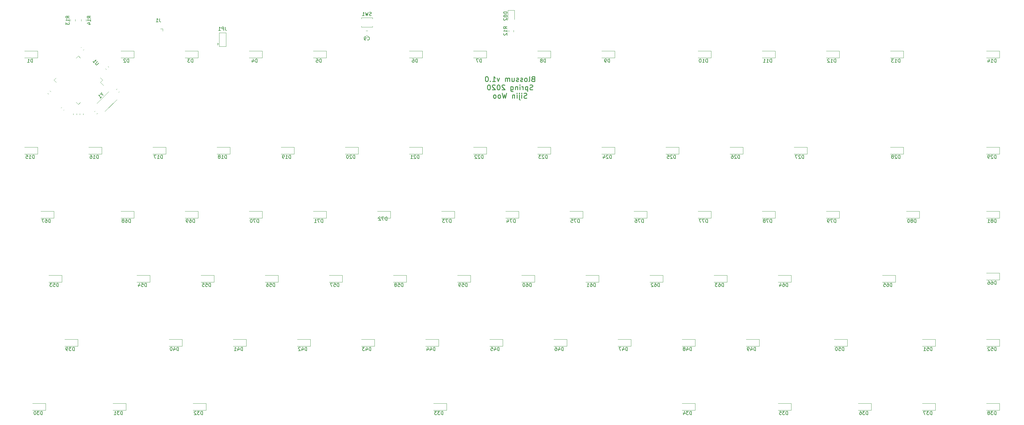
<source format=gbr>
G04 #@! TF.GenerationSoftware,KiCad,Pcbnew,5.1.5-52549c5~84~ubuntu18.04.1*
G04 #@! TF.CreationDate,2020-03-23T20:00:11-05:00*
G04 #@! TF.ProjectId,keyboard-cherry-mx-pcb-mounted,6b657962-6f61-4726-942d-636865727279,rev?*
G04 #@! TF.SameCoordinates,Original*
G04 #@! TF.FileFunction,Legend,Bot*
G04 #@! TF.FilePolarity,Positive*
%FSLAX46Y46*%
G04 Gerber Fmt 4.6, Leading zero omitted, Abs format (unit mm)*
G04 Created by KiCad (PCBNEW 5.1.5-52549c5~84~ubuntu18.04.1) date 2020-03-23 20:00:11*
%MOMM*%
%LPD*%
G04 APERTURE LIST*
%ADD10C,0.225000*%
%ADD11C,0.120000*%
%ADD12C,0.150000*%
G04 APERTURE END LIST*
D10*
X172203214Y-64410357D02*
X171988928Y-64481785D01*
X171917500Y-64553214D01*
X171846071Y-64696071D01*
X171846071Y-64910357D01*
X171917500Y-65053214D01*
X171988928Y-65124642D01*
X172131785Y-65196071D01*
X172703214Y-65196071D01*
X172703214Y-63696071D01*
X172203214Y-63696071D01*
X172060357Y-63767500D01*
X171988928Y-63838928D01*
X171917500Y-63981785D01*
X171917500Y-64124642D01*
X171988928Y-64267500D01*
X172060357Y-64338928D01*
X172203214Y-64410357D01*
X172703214Y-64410357D01*
X170988928Y-65196071D02*
X171131785Y-65124642D01*
X171203214Y-64981785D01*
X171203214Y-63696071D01*
X170203214Y-65196071D02*
X170346071Y-65124642D01*
X170417500Y-65053214D01*
X170488928Y-64910357D01*
X170488928Y-64481785D01*
X170417500Y-64338928D01*
X170346071Y-64267500D01*
X170203214Y-64196071D01*
X169988928Y-64196071D01*
X169846071Y-64267500D01*
X169774642Y-64338928D01*
X169703214Y-64481785D01*
X169703214Y-64910357D01*
X169774642Y-65053214D01*
X169846071Y-65124642D01*
X169988928Y-65196071D01*
X170203214Y-65196071D01*
X169131785Y-65124642D02*
X168988928Y-65196071D01*
X168703214Y-65196071D01*
X168560357Y-65124642D01*
X168488928Y-64981785D01*
X168488928Y-64910357D01*
X168560357Y-64767500D01*
X168703214Y-64696071D01*
X168917500Y-64696071D01*
X169060357Y-64624642D01*
X169131785Y-64481785D01*
X169131785Y-64410357D01*
X169060357Y-64267500D01*
X168917500Y-64196071D01*
X168703214Y-64196071D01*
X168560357Y-64267500D01*
X167917500Y-65124642D02*
X167774642Y-65196071D01*
X167488928Y-65196071D01*
X167346071Y-65124642D01*
X167274642Y-64981785D01*
X167274642Y-64910357D01*
X167346071Y-64767500D01*
X167488928Y-64696071D01*
X167703214Y-64696071D01*
X167846071Y-64624642D01*
X167917500Y-64481785D01*
X167917500Y-64410357D01*
X167846071Y-64267500D01*
X167703214Y-64196071D01*
X167488928Y-64196071D01*
X167346071Y-64267500D01*
X165988928Y-64196071D02*
X165988928Y-65196071D01*
X166631785Y-64196071D02*
X166631785Y-64981785D01*
X166560357Y-65124642D01*
X166417500Y-65196071D01*
X166203214Y-65196071D01*
X166060357Y-65124642D01*
X165988928Y-65053214D01*
X165274642Y-65196071D02*
X165274642Y-64196071D01*
X165274642Y-64338928D02*
X165203214Y-64267500D01*
X165060357Y-64196071D01*
X164846071Y-64196071D01*
X164703214Y-64267500D01*
X164631785Y-64410357D01*
X164631785Y-65196071D01*
X164631785Y-64410357D02*
X164560357Y-64267500D01*
X164417500Y-64196071D01*
X164203214Y-64196071D01*
X164060357Y-64267500D01*
X163988928Y-64410357D01*
X163988928Y-65196071D01*
X162274642Y-64196071D02*
X161917500Y-65196071D01*
X161560357Y-64196071D01*
X160203214Y-65196071D02*
X161060357Y-65196071D01*
X160631785Y-65196071D02*
X160631785Y-63696071D01*
X160774642Y-63910357D01*
X160917500Y-64053214D01*
X161060357Y-64124642D01*
X159560357Y-65053214D02*
X159488928Y-65124642D01*
X159560357Y-65196071D01*
X159631785Y-65124642D01*
X159560357Y-65053214D01*
X159560357Y-65196071D01*
X158560357Y-63696071D02*
X158417500Y-63696071D01*
X158274642Y-63767500D01*
X158203214Y-63838928D01*
X158131785Y-63981785D01*
X158060357Y-64267500D01*
X158060357Y-64624642D01*
X158131785Y-64910357D01*
X158203214Y-65053214D01*
X158274642Y-65124642D01*
X158417500Y-65196071D01*
X158560357Y-65196071D01*
X158703214Y-65124642D01*
X158774642Y-65053214D01*
X158846071Y-64910357D01*
X158917500Y-64624642D01*
X158917500Y-64267500D01*
X158846071Y-63981785D01*
X158774642Y-63838928D01*
X158703214Y-63767500D01*
X158560357Y-63696071D01*
X172131785Y-67599642D02*
X171917500Y-67671071D01*
X171560357Y-67671071D01*
X171417500Y-67599642D01*
X171346071Y-67528214D01*
X171274642Y-67385357D01*
X171274642Y-67242500D01*
X171346071Y-67099642D01*
X171417500Y-67028214D01*
X171560357Y-66956785D01*
X171846071Y-66885357D01*
X171988928Y-66813928D01*
X172060357Y-66742500D01*
X172131785Y-66599642D01*
X172131785Y-66456785D01*
X172060357Y-66313928D01*
X171988928Y-66242500D01*
X171846071Y-66171071D01*
X171488928Y-66171071D01*
X171274642Y-66242500D01*
X170631785Y-66671071D02*
X170631785Y-68171071D01*
X170631785Y-66742500D02*
X170488928Y-66671071D01*
X170203214Y-66671071D01*
X170060357Y-66742500D01*
X169988928Y-66813928D01*
X169917500Y-66956785D01*
X169917500Y-67385357D01*
X169988928Y-67528214D01*
X170060357Y-67599642D01*
X170203214Y-67671071D01*
X170488928Y-67671071D01*
X170631785Y-67599642D01*
X169274642Y-67671071D02*
X169274642Y-66671071D01*
X169274642Y-66956785D02*
X169203214Y-66813928D01*
X169131785Y-66742500D01*
X168988928Y-66671071D01*
X168846071Y-66671071D01*
X168346071Y-67671071D02*
X168346071Y-66671071D01*
X168346071Y-66171071D02*
X168417500Y-66242500D01*
X168346071Y-66313928D01*
X168274642Y-66242500D01*
X168346071Y-66171071D01*
X168346071Y-66313928D01*
X167631785Y-66671071D02*
X167631785Y-67671071D01*
X167631785Y-66813928D02*
X167560357Y-66742500D01*
X167417500Y-66671071D01*
X167203214Y-66671071D01*
X167060357Y-66742500D01*
X166988928Y-66885357D01*
X166988928Y-67671071D01*
X165631785Y-66671071D02*
X165631785Y-67885357D01*
X165703214Y-68028214D01*
X165774642Y-68099642D01*
X165917500Y-68171071D01*
X166131785Y-68171071D01*
X166274642Y-68099642D01*
X165631785Y-67599642D02*
X165774642Y-67671071D01*
X166060357Y-67671071D01*
X166203214Y-67599642D01*
X166274642Y-67528214D01*
X166346071Y-67385357D01*
X166346071Y-66956785D01*
X166274642Y-66813928D01*
X166203214Y-66742500D01*
X166060357Y-66671071D01*
X165774642Y-66671071D01*
X165631785Y-66742500D01*
X163846071Y-66313928D02*
X163774642Y-66242500D01*
X163631785Y-66171071D01*
X163274642Y-66171071D01*
X163131785Y-66242500D01*
X163060357Y-66313928D01*
X162988928Y-66456785D01*
X162988928Y-66599642D01*
X163060357Y-66813928D01*
X163917500Y-67671071D01*
X162988928Y-67671071D01*
X162060357Y-66171071D02*
X161917500Y-66171071D01*
X161774642Y-66242500D01*
X161703214Y-66313928D01*
X161631785Y-66456785D01*
X161560357Y-66742500D01*
X161560357Y-67099642D01*
X161631785Y-67385357D01*
X161703214Y-67528214D01*
X161774642Y-67599642D01*
X161917500Y-67671071D01*
X162060357Y-67671071D01*
X162203214Y-67599642D01*
X162274642Y-67528214D01*
X162346071Y-67385357D01*
X162417500Y-67099642D01*
X162417500Y-66742500D01*
X162346071Y-66456785D01*
X162274642Y-66313928D01*
X162203214Y-66242500D01*
X162060357Y-66171071D01*
X160988928Y-66313928D02*
X160917500Y-66242500D01*
X160774642Y-66171071D01*
X160417500Y-66171071D01*
X160274642Y-66242500D01*
X160203214Y-66313928D01*
X160131785Y-66456785D01*
X160131785Y-66599642D01*
X160203214Y-66813928D01*
X161060357Y-67671071D01*
X160131785Y-67671071D01*
X159203214Y-66171071D02*
X159060357Y-66171071D01*
X158917500Y-66242500D01*
X158846071Y-66313928D01*
X158774642Y-66456785D01*
X158703214Y-66742500D01*
X158703214Y-67099642D01*
X158774642Y-67385357D01*
X158846071Y-67528214D01*
X158917500Y-67599642D01*
X159060357Y-67671071D01*
X159203214Y-67671071D01*
X159346071Y-67599642D01*
X159417500Y-67528214D01*
X159488928Y-67385357D01*
X159560357Y-67099642D01*
X159560357Y-66742500D01*
X159488928Y-66456785D01*
X159417500Y-66313928D01*
X159346071Y-66242500D01*
X159203214Y-66171071D01*
X170381785Y-70074642D02*
X170167500Y-70146071D01*
X169810357Y-70146071D01*
X169667500Y-70074642D01*
X169596071Y-70003214D01*
X169524642Y-69860357D01*
X169524642Y-69717500D01*
X169596071Y-69574642D01*
X169667500Y-69503214D01*
X169810357Y-69431785D01*
X170096071Y-69360357D01*
X170238928Y-69288928D01*
X170310357Y-69217500D01*
X170381785Y-69074642D01*
X170381785Y-68931785D01*
X170310357Y-68788928D01*
X170238928Y-68717500D01*
X170096071Y-68646071D01*
X169738928Y-68646071D01*
X169524642Y-68717500D01*
X168881785Y-70146071D02*
X168881785Y-69146071D01*
X168881785Y-68646071D02*
X168953214Y-68717500D01*
X168881785Y-68788928D01*
X168810357Y-68717500D01*
X168881785Y-68646071D01*
X168881785Y-68788928D01*
X168167500Y-69146071D02*
X168167500Y-70431785D01*
X168238928Y-70574642D01*
X168381785Y-70646071D01*
X168453214Y-70646071D01*
X168167500Y-68646071D02*
X168238928Y-68717500D01*
X168167500Y-68788928D01*
X168096071Y-68717500D01*
X168167500Y-68646071D01*
X168167500Y-68788928D01*
X167453214Y-70146071D02*
X167453214Y-69146071D01*
X167453214Y-68646071D02*
X167524642Y-68717500D01*
X167453214Y-68788928D01*
X167381785Y-68717500D01*
X167453214Y-68646071D01*
X167453214Y-68788928D01*
X166738928Y-69146071D02*
X166738928Y-70146071D01*
X166738928Y-69288928D02*
X166667500Y-69217500D01*
X166524642Y-69146071D01*
X166310357Y-69146071D01*
X166167500Y-69217500D01*
X166096071Y-69360357D01*
X166096071Y-70146071D01*
X164381785Y-68646071D02*
X164024642Y-70146071D01*
X163738928Y-69074642D01*
X163453214Y-70146071D01*
X163096071Y-68646071D01*
X162310357Y-70146071D02*
X162453214Y-70074642D01*
X162524642Y-70003214D01*
X162596071Y-69860357D01*
X162596071Y-69431785D01*
X162524642Y-69288928D01*
X162453214Y-69217500D01*
X162310357Y-69146071D01*
X162096071Y-69146071D01*
X161953214Y-69217500D01*
X161881785Y-69288928D01*
X161810357Y-69431785D01*
X161810357Y-69860357D01*
X161881785Y-70003214D01*
X161953214Y-70074642D01*
X162096071Y-70146071D01*
X162310357Y-70146071D01*
X160953214Y-70146071D02*
X161096071Y-70074642D01*
X161167500Y-70003214D01*
X161238928Y-69860357D01*
X161238928Y-69431785D01*
X161167500Y-69288928D01*
X161096071Y-69217500D01*
X160953214Y-69146071D01*
X160738928Y-69146071D01*
X160596071Y-69217500D01*
X160524642Y-69288928D01*
X160453214Y-69431785D01*
X160453214Y-69860357D01*
X160524642Y-70003214D01*
X160596071Y-70074642D01*
X160738928Y-70146071D01*
X160953214Y-70146071D01*
D11*
X42875727Y-74620522D02*
X42645522Y-74850727D01*
X42154478Y-73899273D02*
X41924273Y-74129478D01*
X48424273Y-67629478D02*
X48654478Y-67399273D01*
X49145522Y-68350727D02*
X49375727Y-68120522D01*
X45965522Y-60674773D02*
X46195727Y-60904978D01*
X45244273Y-61396022D02*
X45474478Y-61626227D01*
X28265978Y-68928727D02*
X28035773Y-68698522D01*
X28987227Y-68207478D02*
X28757022Y-67977273D01*
X38875727Y-55620522D02*
X38645522Y-55850727D01*
X38154478Y-54899273D02*
X37924273Y-55129478D01*
X32036273Y-73033478D02*
X32266478Y-72803273D01*
X32757522Y-73754727D02*
X32987727Y-73524522D01*
X48626920Y-70566386D02*
X45091386Y-74101920D01*
X46208614Y-68148080D02*
X42673080Y-71683614D01*
X43702380Y-65441751D02*
X44649903Y-66389275D01*
X44374131Y-64770000D02*
X43702380Y-65441751D01*
X43702380Y-64098249D02*
X44374131Y-64770000D01*
X37147500Y-57543369D02*
X36475749Y-58215120D01*
X37819251Y-58215120D02*
X37147500Y-57543369D01*
X37147500Y-71996631D02*
X37819251Y-71324880D01*
X36475749Y-71324880D02*
X37147500Y-71996631D01*
X29920869Y-64770000D02*
X30592620Y-64098249D01*
X30592620Y-65441751D02*
X29920869Y-64770000D01*
X121222500Y-46225000D02*
X121222500Y-46525000D01*
X124522500Y-46225000D02*
X121222500Y-46225000D01*
X124522500Y-46525000D02*
X124522500Y-46225000D01*
X121222500Y-49025000D02*
X121222500Y-48725000D01*
X124522500Y-49025000D02*
X121222500Y-49025000D01*
X124522500Y-48725000D02*
X124522500Y-49025000D01*
X38025000Y-47248578D02*
X38025000Y-46731422D01*
X39445000Y-47248578D02*
X39445000Y-46731422D01*
X34850000Y-47248578D02*
X34850000Y-46731422D01*
X36270000Y-47248578D02*
X36270000Y-46731422D01*
X81010000Y-54755000D02*
X81010000Y-50655000D01*
X81010000Y-50655000D02*
X79010000Y-50655000D01*
X79010000Y-50655000D02*
X79010000Y-54755000D01*
X79010000Y-54755000D02*
X81010000Y-54755000D01*
X78810000Y-54005000D02*
X78510000Y-54305000D01*
X78510000Y-54305000D02*
X78510000Y-53705000D01*
X78810000Y-54005000D02*
X78510000Y-53705000D01*
X248947500Y-160925000D02*
X245047500Y-160925000D01*
X248947500Y-162925000D02*
X245047500Y-162925000D01*
X248947500Y-160925000D02*
X248947500Y-162925000D01*
X220372500Y-160925000D02*
X216472500Y-160925000D01*
X220372500Y-162925000D02*
X216472500Y-162925000D01*
X220372500Y-160925000D02*
X220372500Y-162925000D01*
X122613922Y-50090000D02*
X123131078Y-50090000D01*
X122613922Y-51510000D02*
X123131078Y-51510000D01*
X25110000Y-56150000D02*
X21210000Y-56150000D01*
X25110000Y-58150000D02*
X21210000Y-58150000D01*
X25110000Y-56150000D02*
X25110000Y-58150000D01*
X196560000Y-56150000D02*
X192660000Y-56150000D01*
X196560000Y-58150000D02*
X192660000Y-58150000D01*
X196560000Y-56150000D02*
X196560000Y-58150000D01*
X53685000Y-56150000D02*
X53685000Y-58150000D01*
X53685000Y-58150000D02*
X49785000Y-58150000D01*
X53685000Y-56150000D02*
X49785000Y-56150000D01*
X225135000Y-56150000D02*
X225135000Y-58150000D01*
X225135000Y-58150000D02*
X221235000Y-58150000D01*
X225135000Y-56150000D02*
X221235000Y-56150000D01*
X72735000Y-56150000D02*
X72735000Y-58150000D01*
X72735000Y-58150000D02*
X68835000Y-58150000D01*
X72735000Y-56150000D02*
X68835000Y-56150000D01*
X244185000Y-56150000D02*
X244185000Y-58150000D01*
X244185000Y-58150000D02*
X240285000Y-58150000D01*
X244185000Y-56150000D02*
X240285000Y-56150000D01*
X91785000Y-56150000D02*
X87885000Y-56150000D01*
X91785000Y-58150000D02*
X87885000Y-58150000D01*
X91785000Y-56150000D02*
X91785000Y-58150000D01*
X263235000Y-56150000D02*
X259335000Y-56150000D01*
X263235000Y-58150000D02*
X259335000Y-58150000D01*
X263235000Y-56150000D02*
X263235000Y-58150000D01*
X110835000Y-56150000D02*
X106935000Y-56150000D01*
X110835000Y-58150000D02*
X106935000Y-58150000D01*
X110835000Y-56150000D02*
X110835000Y-58150000D01*
X282285000Y-56150000D02*
X278385000Y-56150000D01*
X282285000Y-58150000D02*
X278385000Y-58150000D01*
X282285000Y-56150000D02*
X282285000Y-58150000D01*
X139410000Y-56150000D02*
X139410000Y-58150000D01*
X139410000Y-58150000D02*
X135510000Y-58150000D01*
X139410000Y-56150000D02*
X135510000Y-56150000D01*
X310860000Y-56150000D02*
X310860000Y-58150000D01*
X310860000Y-58150000D02*
X306960000Y-58150000D01*
X310860000Y-56150000D02*
X306960000Y-56150000D01*
X158460000Y-56150000D02*
X158460000Y-58150000D01*
X158460000Y-58150000D02*
X154560000Y-58150000D01*
X158460000Y-56150000D02*
X154560000Y-56150000D01*
X177510000Y-56150000D02*
X173610000Y-56150000D01*
X177510000Y-58150000D02*
X173610000Y-58150000D01*
X177510000Y-56150000D02*
X177510000Y-58150000D01*
X25110000Y-84725000D02*
X25110000Y-86725000D01*
X25110000Y-86725000D02*
X21210000Y-86725000D01*
X25110000Y-84725000D02*
X21210000Y-84725000D01*
X177510000Y-84725000D02*
X173610000Y-84725000D01*
X177510000Y-86725000D02*
X173610000Y-86725000D01*
X177510000Y-84725000D02*
X177510000Y-86725000D01*
X44160000Y-84725000D02*
X44160000Y-86725000D01*
X44160000Y-86725000D02*
X40260000Y-86725000D01*
X44160000Y-84725000D02*
X40260000Y-84725000D01*
X196560000Y-84725000D02*
X196560000Y-86725000D01*
X196560000Y-86725000D02*
X192660000Y-86725000D01*
X196560000Y-84725000D02*
X192660000Y-84725000D01*
X63210000Y-84725000D02*
X63210000Y-86725000D01*
X63210000Y-86725000D02*
X59310000Y-86725000D01*
X63210000Y-84725000D02*
X59310000Y-84725000D01*
X215610000Y-84725000D02*
X215610000Y-86725000D01*
X215610000Y-86725000D02*
X211710000Y-86725000D01*
X215610000Y-84725000D02*
X211710000Y-84725000D01*
X82260000Y-84725000D02*
X82260000Y-86725000D01*
X82260000Y-86725000D02*
X78360000Y-86725000D01*
X82260000Y-84725000D02*
X78360000Y-84725000D01*
X234660000Y-84725000D02*
X230760000Y-84725000D01*
X234660000Y-86725000D02*
X230760000Y-86725000D01*
X234660000Y-84725000D02*
X234660000Y-86725000D01*
X101310000Y-84725000D02*
X97410000Y-84725000D01*
X101310000Y-86725000D02*
X97410000Y-86725000D01*
X101310000Y-84725000D02*
X101310000Y-86725000D01*
X253710000Y-84725000D02*
X249810000Y-84725000D01*
X253710000Y-86725000D02*
X249810000Y-86725000D01*
X253710000Y-84725000D02*
X253710000Y-86725000D01*
X120360000Y-84725000D02*
X120360000Y-86725000D01*
X120360000Y-86725000D02*
X116460000Y-86725000D01*
X120360000Y-84725000D02*
X116460000Y-84725000D01*
X282285000Y-84725000D02*
X282285000Y-86725000D01*
X282285000Y-86725000D02*
X278385000Y-86725000D01*
X282285000Y-84725000D02*
X278385000Y-84725000D01*
X139410000Y-84725000D02*
X139410000Y-86725000D01*
X139410000Y-86725000D02*
X135510000Y-86725000D01*
X139410000Y-84725000D02*
X135510000Y-84725000D01*
X310860000Y-84725000D02*
X306960000Y-84725000D01*
X310860000Y-86725000D02*
X306960000Y-86725000D01*
X310860000Y-84725000D02*
X310860000Y-86725000D01*
X158460000Y-84725000D02*
X154560000Y-84725000D01*
X158460000Y-86725000D02*
X154560000Y-86725000D01*
X158460000Y-84725000D02*
X158460000Y-86725000D01*
X27491250Y-160925000D02*
X23591250Y-160925000D01*
X27491250Y-162925000D02*
X23591250Y-162925000D01*
X27491250Y-160925000D02*
X27491250Y-162925000D01*
X51303750Y-160925000D02*
X51303750Y-162925000D01*
X51303750Y-162925000D02*
X47403750Y-162925000D01*
X51303750Y-160925000D02*
X47403750Y-160925000D01*
X75116250Y-160925000D02*
X75116250Y-162925000D01*
X75116250Y-162925000D02*
X71216250Y-162925000D01*
X75116250Y-160925000D02*
X71216250Y-160925000D01*
X146553750Y-160925000D02*
X146553750Y-162925000D01*
X146553750Y-162925000D02*
X142653750Y-162925000D01*
X146553750Y-160925000D02*
X142653750Y-160925000D01*
X272760000Y-160925000D02*
X272760000Y-162925000D01*
X272760000Y-162925000D02*
X268860000Y-162925000D01*
X272760000Y-160925000D02*
X268860000Y-160925000D01*
X291810000Y-160925000D02*
X287910000Y-160925000D01*
X291810000Y-162925000D02*
X287910000Y-162925000D01*
X291810000Y-160925000D02*
X291810000Y-162925000D01*
X310860000Y-160925000D02*
X306960000Y-160925000D01*
X310860000Y-162925000D02*
X306960000Y-162925000D01*
X310860000Y-160925000D02*
X310860000Y-162925000D01*
X37016250Y-141875000D02*
X37016250Y-143875000D01*
X37016250Y-143875000D02*
X33116250Y-143875000D01*
X37016250Y-141875000D02*
X33116250Y-141875000D01*
X201322500Y-141875000D02*
X201322500Y-143875000D01*
X201322500Y-143875000D02*
X197422500Y-143875000D01*
X201322500Y-141875000D02*
X197422500Y-141875000D01*
X67972500Y-141875000D02*
X64072500Y-141875000D01*
X67972500Y-143875000D02*
X64072500Y-143875000D01*
X67972500Y-141875000D02*
X67972500Y-143875000D01*
X220372500Y-141875000D02*
X220372500Y-143875000D01*
X220372500Y-143875000D02*
X216472500Y-143875000D01*
X220372500Y-141875000D02*
X216472500Y-141875000D01*
X87022500Y-141875000D02*
X83122500Y-141875000D01*
X87022500Y-143875000D02*
X83122500Y-143875000D01*
X87022500Y-141875000D02*
X87022500Y-143875000D01*
X239422500Y-141875000D02*
X235522500Y-141875000D01*
X239422500Y-143875000D02*
X235522500Y-143875000D01*
X239422500Y-141875000D02*
X239422500Y-143875000D01*
X106072500Y-141875000D02*
X102172500Y-141875000D01*
X106072500Y-143875000D02*
X102172500Y-143875000D01*
X106072500Y-141875000D02*
X106072500Y-143875000D01*
X265616250Y-141875000D02*
X265616250Y-143875000D01*
X265616250Y-143875000D02*
X261716250Y-143875000D01*
X265616250Y-141875000D02*
X261716250Y-141875000D01*
X125122500Y-141875000D02*
X125122500Y-143875000D01*
X125122500Y-143875000D02*
X121222500Y-143875000D01*
X125122500Y-141875000D02*
X121222500Y-141875000D01*
X291810000Y-141875000D02*
X291810000Y-143875000D01*
X291810000Y-143875000D02*
X287910000Y-143875000D01*
X291810000Y-141875000D02*
X287910000Y-141875000D01*
X144172500Y-141875000D02*
X144172500Y-143875000D01*
X144172500Y-143875000D02*
X140272500Y-143875000D01*
X144172500Y-141875000D02*
X140272500Y-141875000D01*
X310860000Y-141875000D02*
X306960000Y-141875000D01*
X310860000Y-143875000D02*
X306960000Y-143875000D01*
X310860000Y-141875000D02*
X310860000Y-143875000D01*
X163222500Y-141875000D02*
X159322500Y-141875000D01*
X163222500Y-143875000D02*
X159322500Y-143875000D01*
X163222500Y-141875000D02*
X163222500Y-143875000D01*
X182272500Y-141875000D02*
X178372500Y-141875000D01*
X182272500Y-143875000D02*
X178372500Y-143875000D01*
X182272500Y-141875000D02*
X182272500Y-143875000D01*
X32253750Y-122825000D02*
X32253750Y-124825000D01*
X32253750Y-124825000D02*
X28353750Y-124825000D01*
X32253750Y-122825000D02*
X28353750Y-122825000D01*
X191797500Y-122825000D02*
X187897500Y-122825000D01*
X191797500Y-124825000D02*
X187897500Y-124825000D01*
X191797500Y-122825000D02*
X191797500Y-124825000D01*
X58447500Y-122825000D02*
X58447500Y-124825000D01*
X58447500Y-124825000D02*
X54547500Y-124825000D01*
X58447500Y-122825000D02*
X54547500Y-122825000D01*
X210847500Y-122825000D02*
X206947500Y-122825000D01*
X210847500Y-124825000D02*
X206947500Y-124825000D01*
X210847500Y-122825000D02*
X210847500Y-124825000D01*
X77497500Y-122825000D02*
X73597500Y-122825000D01*
X77497500Y-124825000D02*
X73597500Y-124825000D01*
X77497500Y-122825000D02*
X77497500Y-124825000D01*
X229897500Y-122825000D02*
X229897500Y-124825000D01*
X229897500Y-124825000D02*
X225997500Y-124825000D01*
X229897500Y-122825000D02*
X225997500Y-122825000D01*
X96547500Y-122825000D02*
X92647500Y-122825000D01*
X96547500Y-124825000D02*
X92647500Y-124825000D01*
X96547500Y-122825000D02*
X96547500Y-124825000D01*
X248947500Y-122825000D02*
X245047500Y-122825000D01*
X248947500Y-124825000D02*
X245047500Y-124825000D01*
X248947500Y-122825000D02*
X248947500Y-124825000D01*
X115597500Y-122825000D02*
X115597500Y-124825000D01*
X115597500Y-124825000D02*
X111697500Y-124825000D01*
X115597500Y-122825000D02*
X111697500Y-122825000D01*
X279903750Y-122825000D02*
X279903750Y-124825000D01*
X279903750Y-124825000D02*
X276003750Y-124825000D01*
X279903750Y-122825000D02*
X276003750Y-122825000D01*
X134647500Y-122825000D02*
X130747500Y-122825000D01*
X134647500Y-124825000D02*
X130747500Y-124825000D01*
X134647500Y-122825000D02*
X134647500Y-124825000D01*
X310860000Y-122190000D02*
X310860000Y-124190000D01*
X310860000Y-124190000D02*
X306960000Y-124190000D01*
X310860000Y-122190000D02*
X306960000Y-122190000D01*
X153697500Y-122825000D02*
X153697500Y-124825000D01*
X153697500Y-124825000D02*
X149797500Y-124825000D01*
X153697500Y-122825000D02*
X149797500Y-122825000D01*
X172747500Y-122825000D02*
X168847500Y-122825000D01*
X172747500Y-124825000D02*
X168847500Y-124825000D01*
X172747500Y-122825000D02*
X172747500Y-124825000D01*
X29872500Y-103775000D02*
X25972500Y-103775000D01*
X29872500Y-105775000D02*
X25972500Y-105775000D01*
X29872500Y-103775000D02*
X29872500Y-105775000D01*
X187035000Y-103775000D02*
X187035000Y-105775000D01*
X187035000Y-105775000D02*
X183135000Y-105775000D01*
X187035000Y-103775000D02*
X183135000Y-103775000D01*
X53685000Y-103775000D02*
X53685000Y-105775000D01*
X53685000Y-105775000D02*
X49785000Y-105775000D01*
X53685000Y-103775000D02*
X49785000Y-103775000D01*
X206085000Y-103775000D02*
X202185000Y-103775000D01*
X206085000Y-105775000D02*
X202185000Y-105775000D01*
X206085000Y-103775000D02*
X206085000Y-105775000D01*
X72735000Y-103775000D02*
X68835000Y-103775000D01*
X72735000Y-105775000D02*
X68835000Y-105775000D01*
X72735000Y-103775000D02*
X72735000Y-105775000D01*
X225135000Y-103775000D02*
X225135000Y-105775000D01*
X225135000Y-105775000D02*
X221235000Y-105775000D01*
X225135000Y-103775000D02*
X221235000Y-103775000D01*
X91785000Y-103775000D02*
X87885000Y-103775000D01*
X91785000Y-105775000D02*
X87885000Y-105775000D01*
X91785000Y-103775000D02*
X91785000Y-105775000D01*
X244185000Y-103775000D02*
X240285000Y-103775000D01*
X244185000Y-105775000D02*
X240285000Y-105775000D01*
X244185000Y-103775000D02*
X244185000Y-105775000D01*
X110835000Y-103775000D02*
X106935000Y-103775000D01*
X110835000Y-105775000D02*
X106935000Y-105775000D01*
X110835000Y-103775000D02*
X110835000Y-105775000D01*
X263235000Y-103775000D02*
X263235000Y-105775000D01*
X263235000Y-105775000D02*
X259335000Y-105775000D01*
X263235000Y-103775000D02*
X259335000Y-103775000D01*
X129885000Y-103775000D02*
X125985000Y-103775000D01*
X129885000Y-105775000D02*
X125985000Y-105775000D01*
X129885000Y-103775000D02*
X129885000Y-105775000D01*
X287047500Y-103775000D02*
X283147500Y-103775000D01*
X287047500Y-105775000D02*
X283147500Y-105775000D01*
X287047500Y-103775000D02*
X287047500Y-105775000D01*
X148935000Y-103775000D02*
X145035000Y-103775000D01*
X148935000Y-105775000D02*
X145035000Y-105775000D01*
X148935000Y-103775000D02*
X148935000Y-105775000D01*
X310860000Y-103775000D02*
X310860000Y-105775000D01*
X310860000Y-105775000D02*
X306960000Y-105775000D01*
X310860000Y-103775000D02*
X306960000Y-103775000D01*
X167985000Y-103775000D02*
X164085000Y-103775000D01*
X167985000Y-105775000D02*
X164085000Y-105775000D01*
X167985000Y-103775000D02*
X167985000Y-105775000D01*
X62230000Y-49530000D02*
X61595000Y-49530000D01*
X62230000Y-50165000D02*
X62230000Y-49530000D01*
X165025000Y-49906422D02*
X165025000Y-50423578D01*
X166445000Y-49906422D02*
X166445000Y-50423578D01*
X164775000Y-46720000D02*
X164775000Y-44035000D01*
X164775000Y-44035000D02*
X166695000Y-44035000D01*
X166695000Y-44035000D02*
X166695000Y-46720000D01*
X36705000Y-75092779D02*
X36705000Y-74767221D01*
X35685000Y-75092779D02*
X35685000Y-74767221D01*
X37590000Y-75092779D02*
X37590000Y-74767221D01*
X38610000Y-75092779D02*
X38610000Y-74767221D01*
D12*
X44202114Y-69003679D02*
X44538832Y-69340397D01*
X44067427Y-68397588D02*
X44202114Y-69003679D01*
X43596023Y-68868992D01*
X43697038Y-70182190D02*
X44101099Y-69778129D01*
X43899068Y-69980160D02*
X43191962Y-69273053D01*
X43360320Y-69306725D01*
X43495007Y-69306725D01*
X43596023Y-69273053D01*
X43306063Y-59688932D02*
X42733643Y-60261352D01*
X42632628Y-60295024D01*
X42565284Y-60295024D01*
X42464269Y-60261352D01*
X42329582Y-60126665D01*
X42295910Y-60025650D01*
X42295910Y-59958306D01*
X42329582Y-59857291D01*
X42902002Y-59284871D01*
X41487788Y-59284871D02*
X41891849Y-59688932D01*
X41689819Y-59486902D02*
X42396925Y-58779795D01*
X42363254Y-58948154D01*
X42363254Y-59082841D01*
X42396925Y-59183856D01*
X124205833Y-45529761D02*
X124062976Y-45577380D01*
X123824880Y-45577380D01*
X123729642Y-45529761D01*
X123682023Y-45482142D01*
X123634404Y-45386904D01*
X123634404Y-45291666D01*
X123682023Y-45196428D01*
X123729642Y-45148809D01*
X123824880Y-45101190D01*
X124015357Y-45053571D01*
X124110595Y-45005952D01*
X124158214Y-44958333D01*
X124205833Y-44863095D01*
X124205833Y-44767857D01*
X124158214Y-44672619D01*
X124110595Y-44625000D01*
X124015357Y-44577380D01*
X123777261Y-44577380D01*
X123634404Y-44625000D01*
X123301071Y-44577380D02*
X123062976Y-45577380D01*
X122872500Y-44863095D01*
X122682023Y-45577380D01*
X122443928Y-44577380D01*
X121539166Y-45577380D02*
X122110595Y-45577380D01*
X121824880Y-45577380D02*
X121824880Y-44577380D01*
X121920119Y-44720238D01*
X122015357Y-44815476D01*
X122110595Y-44863095D01*
X40837380Y-46347142D02*
X40361190Y-46013809D01*
X40837380Y-45775714D02*
X39837380Y-45775714D01*
X39837380Y-46156666D01*
X39885000Y-46251904D01*
X39932619Y-46299523D01*
X40027857Y-46347142D01*
X40170714Y-46347142D01*
X40265952Y-46299523D01*
X40313571Y-46251904D01*
X40361190Y-46156666D01*
X40361190Y-45775714D01*
X40837380Y-47299523D02*
X40837380Y-46728095D01*
X40837380Y-47013809D02*
X39837380Y-47013809D01*
X39980238Y-46918571D01*
X40075476Y-46823333D01*
X40123095Y-46728095D01*
X40170714Y-48156666D02*
X40837380Y-48156666D01*
X39789761Y-47918571D02*
X40504047Y-47680476D01*
X40504047Y-48299523D01*
X34488380Y-46347142D02*
X34012190Y-46013809D01*
X34488380Y-45775714D02*
X33488380Y-45775714D01*
X33488380Y-46156666D01*
X33536000Y-46251904D01*
X33583619Y-46299523D01*
X33678857Y-46347142D01*
X33821714Y-46347142D01*
X33916952Y-46299523D01*
X33964571Y-46251904D01*
X34012190Y-46156666D01*
X34012190Y-45775714D01*
X34488380Y-47299523D02*
X34488380Y-46728095D01*
X34488380Y-47013809D02*
X33488380Y-47013809D01*
X33631238Y-46918571D01*
X33726476Y-46823333D01*
X33774095Y-46728095D01*
X33488380Y-47632857D02*
X33488380Y-48251904D01*
X33869333Y-47918571D01*
X33869333Y-48061428D01*
X33916952Y-48156666D01*
X33964571Y-48204285D01*
X34059809Y-48251904D01*
X34297904Y-48251904D01*
X34393142Y-48204285D01*
X34440761Y-48156666D01*
X34488380Y-48061428D01*
X34488380Y-47775714D01*
X34440761Y-47680476D01*
X34393142Y-47632857D01*
X80843333Y-48982380D02*
X80843333Y-49696666D01*
X80890952Y-49839523D01*
X80986190Y-49934761D01*
X81129047Y-49982380D01*
X81224285Y-49982380D01*
X80367142Y-49982380D02*
X80367142Y-48982380D01*
X79986190Y-48982380D01*
X79890952Y-49030000D01*
X79843333Y-49077619D01*
X79795714Y-49172857D01*
X79795714Y-49315714D01*
X79843333Y-49410952D01*
X79890952Y-49458571D01*
X79986190Y-49506190D01*
X80367142Y-49506190D01*
X78843333Y-49982380D02*
X79414761Y-49982380D01*
X79129047Y-49982380D02*
X79129047Y-48982380D01*
X79224285Y-49125238D01*
X79319523Y-49220476D01*
X79414761Y-49268095D01*
X247911785Y-164282380D02*
X247911785Y-163282380D01*
X247673690Y-163282380D01*
X247530833Y-163330000D01*
X247435595Y-163425238D01*
X247387976Y-163520476D01*
X247340357Y-163710952D01*
X247340357Y-163853809D01*
X247387976Y-164044285D01*
X247435595Y-164139523D01*
X247530833Y-164234761D01*
X247673690Y-164282380D01*
X247911785Y-164282380D01*
X247007023Y-163282380D02*
X246387976Y-163282380D01*
X246721309Y-163663333D01*
X246578452Y-163663333D01*
X246483214Y-163710952D01*
X246435595Y-163758571D01*
X246387976Y-163853809D01*
X246387976Y-164091904D01*
X246435595Y-164187142D01*
X246483214Y-164234761D01*
X246578452Y-164282380D01*
X246864166Y-164282380D01*
X246959404Y-164234761D01*
X247007023Y-164187142D01*
X245483214Y-163282380D02*
X245959404Y-163282380D01*
X246007023Y-163758571D01*
X245959404Y-163710952D01*
X245864166Y-163663333D01*
X245626071Y-163663333D01*
X245530833Y-163710952D01*
X245483214Y-163758571D01*
X245435595Y-163853809D01*
X245435595Y-164091904D01*
X245483214Y-164187142D01*
X245530833Y-164234761D01*
X245626071Y-164282380D01*
X245864166Y-164282380D01*
X245959404Y-164234761D01*
X246007023Y-164187142D01*
X219336785Y-164282380D02*
X219336785Y-163282380D01*
X219098690Y-163282380D01*
X218955833Y-163330000D01*
X218860595Y-163425238D01*
X218812976Y-163520476D01*
X218765357Y-163710952D01*
X218765357Y-163853809D01*
X218812976Y-164044285D01*
X218860595Y-164139523D01*
X218955833Y-164234761D01*
X219098690Y-164282380D01*
X219336785Y-164282380D01*
X218432023Y-163282380D02*
X217812976Y-163282380D01*
X218146309Y-163663333D01*
X218003452Y-163663333D01*
X217908214Y-163710952D01*
X217860595Y-163758571D01*
X217812976Y-163853809D01*
X217812976Y-164091904D01*
X217860595Y-164187142D01*
X217908214Y-164234761D01*
X218003452Y-164282380D01*
X218289166Y-164282380D01*
X218384404Y-164234761D01*
X218432023Y-164187142D01*
X216955833Y-163615714D02*
X216955833Y-164282380D01*
X217193928Y-163234761D02*
X217432023Y-163949047D01*
X216812976Y-163949047D01*
X123039166Y-52807142D02*
X123086785Y-52854761D01*
X123229642Y-52902380D01*
X123324880Y-52902380D01*
X123467738Y-52854761D01*
X123562976Y-52759523D01*
X123610595Y-52664285D01*
X123658214Y-52473809D01*
X123658214Y-52330952D01*
X123610595Y-52140476D01*
X123562976Y-52045238D01*
X123467738Y-51950000D01*
X123324880Y-51902380D01*
X123229642Y-51902380D01*
X123086785Y-51950000D01*
X123039166Y-51997619D01*
X122562976Y-52902380D02*
X122372500Y-52902380D01*
X122277261Y-52854761D01*
X122229642Y-52807142D01*
X122134404Y-52664285D01*
X122086785Y-52473809D01*
X122086785Y-52092857D01*
X122134404Y-51997619D01*
X122182023Y-51950000D01*
X122277261Y-51902380D01*
X122467738Y-51902380D01*
X122562976Y-51950000D01*
X122610595Y-51997619D01*
X122658214Y-52092857D01*
X122658214Y-52330952D01*
X122610595Y-52426190D01*
X122562976Y-52473809D01*
X122467738Y-52521428D01*
X122277261Y-52521428D01*
X122182023Y-52473809D01*
X122134404Y-52426190D01*
X122086785Y-52330952D01*
X23598095Y-59507380D02*
X23598095Y-58507380D01*
X23360000Y-58507380D01*
X23217142Y-58555000D01*
X23121904Y-58650238D01*
X23074285Y-58745476D01*
X23026666Y-58935952D01*
X23026666Y-59078809D01*
X23074285Y-59269285D01*
X23121904Y-59364523D01*
X23217142Y-59459761D01*
X23360000Y-59507380D01*
X23598095Y-59507380D01*
X22074285Y-59507380D02*
X22645714Y-59507380D01*
X22360000Y-59507380D02*
X22360000Y-58507380D01*
X22455238Y-58650238D01*
X22550476Y-58745476D01*
X22645714Y-58793095D01*
X195048095Y-59507380D02*
X195048095Y-58507380D01*
X194810000Y-58507380D01*
X194667142Y-58555000D01*
X194571904Y-58650238D01*
X194524285Y-58745476D01*
X194476666Y-58935952D01*
X194476666Y-59078809D01*
X194524285Y-59269285D01*
X194571904Y-59364523D01*
X194667142Y-59459761D01*
X194810000Y-59507380D01*
X195048095Y-59507380D01*
X194000476Y-59507380D02*
X193810000Y-59507380D01*
X193714761Y-59459761D01*
X193667142Y-59412142D01*
X193571904Y-59269285D01*
X193524285Y-59078809D01*
X193524285Y-58697857D01*
X193571904Y-58602619D01*
X193619523Y-58555000D01*
X193714761Y-58507380D01*
X193905238Y-58507380D01*
X194000476Y-58555000D01*
X194048095Y-58602619D01*
X194095714Y-58697857D01*
X194095714Y-58935952D01*
X194048095Y-59031190D01*
X194000476Y-59078809D01*
X193905238Y-59126428D01*
X193714761Y-59126428D01*
X193619523Y-59078809D01*
X193571904Y-59031190D01*
X193524285Y-58935952D01*
X52173095Y-59507380D02*
X52173095Y-58507380D01*
X51935000Y-58507380D01*
X51792142Y-58555000D01*
X51696904Y-58650238D01*
X51649285Y-58745476D01*
X51601666Y-58935952D01*
X51601666Y-59078809D01*
X51649285Y-59269285D01*
X51696904Y-59364523D01*
X51792142Y-59459761D01*
X51935000Y-59507380D01*
X52173095Y-59507380D01*
X51220714Y-58602619D02*
X51173095Y-58555000D01*
X51077857Y-58507380D01*
X50839761Y-58507380D01*
X50744523Y-58555000D01*
X50696904Y-58602619D01*
X50649285Y-58697857D01*
X50649285Y-58793095D01*
X50696904Y-58935952D01*
X51268333Y-59507380D01*
X50649285Y-59507380D01*
X224099285Y-59507380D02*
X224099285Y-58507380D01*
X223861190Y-58507380D01*
X223718333Y-58555000D01*
X223623095Y-58650238D01*
X223575476Y-58745476D01*
X223527857Y-58935952D01*
X223527857Y-59078809D01*
X223575476Y-59269285D01*
X223623095Y-59364523D01*
X223718333Y-59459761D01*
X223861190Y-59507380D01*
X224099285Y-59507380D01*
X222575476Y-59507380D02*
X223146904Y-59507380D01*
X222861190Y-59507380D02*
X222861190Y-58507380D01*
X222956428Y-58650238D01*
X223051666Y-58745476D01*
X223146904Y-58793095D01*
X221956428Y-58507380D02*
X221861190Y-58507380D01*
X221765952Y-58555000D01*
X221718333Y-58602619D01*
X221670714Y-58697857D01*
X221623095Y-58888333D01*
X221623095Y-59126428D01*
X221670714Y-59316904D01*
X221718333Y-59412142D01*
X221765952Y-59459761D01*
X221861190Y-59507380D01*
X221956428Y-59507380D01*
X222051666Y-59459761D01*
X222099285Y-59412142D01*
X222146904Y-59316904D01*
X222194523Y-59126428D01*
X222194523Y-58888333D01*
X222146904Y-58697857D01*
X222099285Y-58602619D01*
X222051666Y-58555000D01*
X221956428Y-58507380D01*
X71223095Y-59507380D02*
X71223095Y-58507380D01*
X70985000Y-58507380D01*
X70842142Y-58555000D01*
X70746904Y-58650238D01*
X70699285Y-58745476D01*
X70651666Y-58935952D01*
X70651666Y-59078809D01*
X70699285Y-59269285D01*
X70746904Y-59364523D01*
X70842142Y-59459761D01*
X70985000Y-59507380D01*
X71223095Y-59507380D01*
X70318333Y-58507380D02*
X69699285Y-58507380D01*
X70032619Y-58888333D01*
X69889761Y-58888333D01*
X69794523Y-58935952D01*
X69746904Y-58983571D01*
X69699285Y-59078809D01*
X69699285Y-59316904D01*
X69746904Y-59412142D01*
X69794523Y-59459761D01*
X69889761Y-59507380D01*
X70175476Y-59507380D01*
X70270714Y-59459761D01*
X70318333Y-59412142D01*
X243149285Y-59507380D02*
X243149285Y-58507380D01*
X242911190Y-58507380D01*
X242768333Y-58555000D01*
X242673095Y-58650238D01*
X242625476Y-58745476D01*
X242577857Y-58935952D01*
X242577857Y-59078809D01*
X242625476Y-59269285D01*
X242673095Y-59364523D01*
X242768333Y-59459761D01*
X242911190Y-59507380D01*
X243149285Y-59507380D01*
X241625476Y-59507380D02*
X242196904Y-59507380D01*
X241911190Y-59507380D02*
X241911190Y-58507380D01*
X242006428Y-58650238D01*
X242101666Y-58745476D01*
X242196904Y-58793095D01*
X240673095Y-59507380D02*
X241244523Y-59507380D01*
X240958809Y-59507380D02*
X240958809Y-58507380D01*
X241054047Y-58650238D01*
X241149285Y-58745476D01*
X241244523Y-58793095D01*
X90273095Y-59507380D02*
X90273095Y-58507380D01*
X90035000Y-58507380D01*
X89892142Y-58555000D01*
X89796904Y-58650238D01*
X89749285Y-58745476D01*
X89701666Y-58935952D01*
X89701666Y-59078809D01*
X89749285Y-59269285D01*
X89796904Y-59364523D01*
X89892142Y-59459761D01*
X90035000Y-59507380D01*
X90273095Y-59507380D01*
X88844523Y-58840714D02*
X88844523Y-59507380D01*
X89082619Y-58459761D02*
X89320714Y-59174047D01*
X88701666Y-59174047D01*
X262199285Y-59507380D02*
X262199285Y-58507380D01*
X261961190Y-58507380D01*
X261818333Y-58555000D01*
X261723095Y-58650238D01*
X261675476Y-58745476D01*
X261627857Y-58935952D01*
X261627857Y-59078809D01*
X261675476Y-59269285D01*
X261723095Y-59364523D01*
X261818333Y-59459761D01*
X261961190Y-59507380D01*
X262199285Y-59507380D01*
X260675476Y-59507380D02*
X261246904Y-59507380D01*
X260961190Y-59507380D02*
X260961190Y-58507380D01*
X261056428Y-58650238D01*
X261151666Y-58745476D01*
X261246904Y-58793095D01*
X260294523Y-58602619D02*
X260246904Y-58555000D01*
X260151666Y-58507380D01*
X259913571Y-58507380D01*
X259818333Y-58555000D01*
X259770714Y-58602619D01*
X259723095Y-58697857D01*
X259723095Y-58793095D01*
X259770714Y-58935952D01*
X260342142Y-59507380D01*
X259723095Y-59507380D01*
X109323095Y-59507380D02*
X109323095Y-58507380D01*
X109085000Y-58507380D01*
X108942142Y-58555000D01*
X108846904Y-58650238D01*
X108799285Y-58745476D01*
X108751666Y-58935952D01*
X108751666Y-59078809D01*
X108799285Y-59269285D01*
X108846904Y-59364523D01*
X108942142Y-59459761D01*
X109085000Y-59507380D01*
X109323095Y-59507380D01*
X107846904Y-58507380D02*
X108323095Y-58507380D01*
X108370714Y-58983571D01*
X108323095Y-58935952D01*
X108227857Y-58888333D01*
X107989761Y-58888333D01*
X107894523Y-58935952D01*
X107846904Y-58983571D01*
X107799285Y-59078809D01*
X107799285Y-59316904D01*
X107846904Y-59412142D01*
X107894523Y-59459761D01*
X107989761Y-59507380D01*
X108227857Y-59507380D01*
X108323095Y-59459761D01*
X108370714Y-59412142D01*
X281249285Y-59507380D02*
X281249285Y-58507380D01*
X281011190Y-58507380D01*
X280868333Y-58555000D01*
X280773095Y-58650238D01*
X280725476Y-58745476D01*
X280677857Y-58935952D01*
X280677857Y-59078809D01*
X280725476Y-59269285D01*
X280773095Y-59364523D01*
X280868333Y-59459761D01*
X281011190Y-59507380D01*
X281249285Y-59507380D01*
X279725476Y-59507380D02*
X280296904Y-59507380D01*
X280011190Y-59507380D02*
X280011190Y-58507380D01*
X280106428Y-58650238D01*
X280201666Y-58745476D01*
X280296904Y-58793095D01*
X279392142Y-58507380D02*
X278773095Y-58507380D01*
X279106428Y-58888333D01*
X278963571Y-58888333D01*
X278868333Y-58935952D01*
X278820714Y-58983571D01*
X278773095Y-59078809D01*
X278773095Y-59316904D01*
X278820714Y-59412142D01*
X278868333Y-59459761D01*
X278963571Y-59507380D01*
X279249285Y-59507380D01*
X279344523Y-59459761D01*
X279392142Y-59412142D01*
X137898095Y-59507380D02*
X137898095Y-58507380D01*
X137660000Y-58507380D01*
X137517142Y-58555000D01*
X137421904Y-58650238D01*
X137374285Y-58745476D01*
X137326666Y-58935952D01*
X137326666Y-59078809D01*
X137374285Y-59269285D01*
X137421904Y-59364523D01*
X137517142Y-59459761D01*
X137660000Y-59507380D01*
X137898095Y-59507380D01*
X136469523Y-58507380D02*
X136660000Y-58507380D01*
X136755238Y-58555000D01*
X136802857Y-58602619D01*
X136898095Y-58745476D01*
X136945714Y-58935952D01*
X136945714Y-59316904D01*
X136898095Y-59412142D01*
X136850476Y-59459761D01*
X136755238Y-59507380D01*
X136564761Y-59507380D01*
X136469523Y-59459761D01*
X136421904Y-59412142D01*
X136374285Y-59316904D01*
X136374285Y-59078809D01*
X136421904Y-58983571D01*
X136469523Y-58935952D01*
X136564761Y-58888333D01*
X136755238Y-58888333D01*
X136850476Y-58935952D01*
X136898095Y-58983571D01*
X136945714Y-59078809D01*
X309824285Y-59507380D02*
X309824285Y-58507380D01*
X309586190Y-58507380D01*
X309443333Y-58555000D01*
X309348095Y-58650238D01*
X309300476Y-58745476D01*
X309252857Y-58935952D01*
X309252857Y-59078809D01*
X309300476Y-59269285D01*
X309348095Y-59364523D01*
X309443333Y-59459761D01*
X309586190Y-59507380D01*
X309824285Y-59507380D01*
X308300476Y-59507380D02*
X308871904Y-59507380D01*
X308586190Y-59507380D02*
X308586190Y-58507380D01*
X308681428Y-58650238D01*
X308776666Y-58745476D01*
X308871904Y-58793095D01*
X307443333Y-58840714D02*
X307443333Y-59507380D01*
X307681428Y-58459761D02*
X307919523Y-59174047D01*
X307300476Y-59174047D01*
X156948095Y-59507380D02*
X156948095Y-58507380D01*
X156710000Y-58507380D01*
X156567142Y-58555000D01*
X156471904Y-58650238D01*
X156424285Y-58745476D01*
X156376666Y-58935952D01*
X156376666Y-59078809D01*
X156424285Y-59269285D01*
X156471904Y-59364523D01*
X156567142Y-59459761D01*
X156710000Y-59507380D01*
X156948095Y-59507380D01*
X156043333Y-58507380D02*
X155376666Y-58507380D01*
X155805238Y-59507380D01*
X175998095Y-59507380D02*
X175998095Y-58507380D01*
X175760000Y-58507380D01*
X175617142Y-58555000D01*
X175521904Y-58650238D01*
X175474285Y-58745476D01*
X175426666Y-58935952D01*
X175426666Y-59078809D01*
X175474285Y-59269285D01*
X175521904Y-59364523D01*
X175617142Y-59459761D01*
X175760000Y-59507380D01*
X175998095Y-59507380D01*
X174855238Y-58935952D02*
X174950476Y-58888333D01*
X174998095Y-58840714D01*
X175045714Y-58745476D01*
X175045714Y-58697857D01*
X174998095Y-58602619D01*
X174950476Y-58555000D01*
X174855238Y-58507380D01*
X174664761Y-58507380D01*
X174569523Y-58555000D01*
X174521904Y-58602619D01*
X174474285Y-58697857D01*
X174474285Y-58745476D01*
X174521904Y-58840714D01*
X174569523Y-58888333D01*
X174664761Y-58935952D01*
X174855238Y-58935952D01*
X174950476Y-58983571D01*
X174998095Y-59031190D01*
X175045714Y-59126428D01*
X175045714Y-59316904D01*
X174998095Y-59412142D01*
X174950476Y-59459761D01*
X174855238Y-59507380D01*
X174664761Y-59507380D01*
X174569523Y-59459761D01*
X174521904Y-59412142D01*
X174474285Y-59316904D01*
X174474285Y-59126428D01*
X174521904Y-59031190D01*
X174569523Y-58983571D01*
X174664761Y-58935952D01*
X24074285Y-88082380D02*
X24074285Y-87082380D01*
X23836190Y-87082380D01*
X23693333Y-87130000D01*
X23598095Y-87225238D01*
X23550476Y-87320476D01*
X23502857Y-87510952D01*
X23502857Y-87653809D01*
X23550476Y-87844285D01*
X23598095Y-87939523D01*
X23693333Y-88034761D01*
X23836190Y-88082380D01*
X24074285Y-88082380D01*
X22550476Y-88082380D02*
X23121904Y-88082380D01*
X22836190Y-88082380D02*
X22836190Y-87082380D01*
X22931428Y-87225238D01*
X23026666Y-87320476D01*
X23121904Y-87368095D01*
X21645714Y-87082380D02*
X22121904Y-87082380D01*
X22169523Y-87558571D01*
X22121904Y-87510952D01*
X22026666Y-87463333D01*
X21788571Y-87463333D01*
X21693333Y-87510952D01*
X21645714Y-87558571D01*
X21598095Y-87653809D01*
X21598095Y-87891904D01*
X21645714Y-87987142D01*
X21693333Y-88034761D01*
X21788571Y-88082380D01*
X22026666Y-88082380D01*
X22121904Y-88034761D01*
X22169523Y-87987142D01*
X176474285Y-88082380D02*
X176474285Y-87082380D01*
X176236190Y-87082380D01*
X176093333Y-87130000D01*
X175998095Y-87225238D01*
X175950476Y-87320476D01*
X175902857Y-87510952D01*
X175902857Y-87653809D01*
X175950476Y-87844285D01*
X175998095Y-87939523D01*
X176093333Y-88034761D01*
X176236190Y-88082380D01*
X176474285Y-88082380D01*
X175521904Y-87177619D02*
X175474285Y-87130000D01*
X175379047Y-87082380D01*
X175140952Y-87082380D01*
X175045714Y-87130000D01*
X174998095Y-87177619D01*
X174950476Y-87272857D01*
X174950476Y-87368095D01*
X174998095Y-87510952D01*
X175569523Y-88082380D01*
X174950476Y-88082380D01*
X174617142Y-87082380D02*
X173998095Y-87082380D01*
X174331428Y-87463333D01*
X174188571Y-87463333D01*
X174093333Y-87510952D01*
X174045714Y-87558571D01*
X173998095Y-87653809D01*
X173998095Y-87891904D01*
X174045714Y-87987142D01*
X174093333Y-88034761D01*
X174188571Y-88082380D01*
X174474285Y-88082380D01*
X174569523Y-88034761D01*
X174617142Y-87987142D01*
X43124285Y-88082380D02*
X43124285Y-87082380D01*
X42886190Y-87082380D01*
X42743333Y-87130000D01*
X42648095Y-87225238D01*
X42600476Y-87320476D01*
X42552857Y-87510952D01*
X42552857Y-87653809D01*
X42600476Y-87844285D01*
X42648095Y-87939523D01*
X42743333Y-88034761D01*
X42886190Y-88082380D01*
X43124285Y-88082380D01*
X41600476Y-88082380D02*
X42171904Y-88082380D01*
X41886190Y-88082380D02*
X41886190Y-87082380D01*
X41981428Y-87225238D01*
X42076666Y-87320476D01*
X42171904Y-87368095D01*
X40743333Y-87082380D02*
X40933809Y-87082380D01*
X41029047Y-87130000D01*
X41076666Y-87177619D01*
X41171904Y-87320476D01*
X41219523Y-87510952D01*
X41219523Y-87891904D01*
X41171904Y-87987142D01*
X41124285Y-88034761D01*
X41029047Y-88082380D01*
X40838571Y-88082380D01*
X40743333Y-88034761D01*
X40695714Y-87987142D01*
X40648095Y-87891904D01*
X40648095Y-87653809D01*
X40695714Y-87558571D01*
X40743333Y-87510952D01*
X40838571Y-87463333D01*
X41029047Y-87463333D01*
X41124285Y-87510952D01*
X41171904Y-87558571D01*
X41219523Y-87653809D01*
X195524285Y-88082380D02*
X195524285Y-87082380D01*
X195286190Y-87082380D01*
X195143333Y-87130000D01*
X195048095Y-87225238D01*
X195000476Y-87320476D01*
X194952857Y-87510952D01*
X194952857Y-87653809D01*
X195000476Y-87844285D01*
X195048095Y-87939523D01*
X195143333Y-88034761D01*
X195286190Y-88082380D01*
X195524285Y-88082380D01*
X194571904Y-87177619D02*
X194524285Y-87130000D01*
X194429047Y-87082380D01*
X194190952Y-87082380D01*
X194095714Y-87130000D01*
X194048095Y-87177619D01*
X194000476Y-87272857D01*
X194000476Y-87368095D01*
X194048095Y-87510952D01*
X194619523Y-88082380D01*
X194000476Y-88082380D01*
X193143333Y-87415714D02*
X193143333Y-88082380D01*
X193381428Y-87034761D02*
X193619523Y-87749047D01*
X193000476Y-87749047D01*
X62174285Y-88082380D02*
X62174285Y-87082380D01*
X61936190Y-87082380D01*
X61793333Y-87130000D01*
X61698095Y-87225238D01*
X61650476Y-87320476D01*
X61602857Y-87510952D01*
X61602857Y-87653809D01*
X61650476Y-87844285D01*
X61698095Y-87939523D01*
X61793333Y-88034761D01*
X61936190Y-88082380D01*
X62174285Y-88082380D01*
X60650476Y-88082380D02*
X61221904Y-88082380D01*
X60936190Y-88082380D02*
X60936190Y-87082380D01*
X61031428Y-87225238D01*
X61126666Y-87320476D01*
X61221904Y-87368095D01*
X60317142Y-87082380D02*
X59650476Y-87082380D01*
X60079047Y-88082380D01*
X214574285Y-88082380D02*
X214574285Y-87082380D01*
X214336190Y-87082380D01*
X214193333Y-87130000D01*
X214098095Y-87225238D01*
X214050476Y-87320476D01*
X214002857Y-87510952D01*
X214002857Y-87653809D01*
X214050476Y-87844285D01*
X214098095Y-87939523D01*
X214193333Y-88034761D01*
X214336190Y-88082380D01*
X214574285Y-88082380D01*
X213621904Y-87177619D02*
X213574285Y-87130000D01*
X213479047Y-87082380D01*
X213240952Y-87082380D01*
X213145714Y-87130000D01*
X213098095Y-87177619D01*
X213050476Y-87272857D01*
X213050476Y-87368095D01*
X213098095Y-87510952D01*
X213669523Y-88082380D01*
X213050476Y-88082380D01*
X212145714Y-87082380D02*
X212621904Y-87082380D01*
X212669523Y-87558571D01*
X212621904Y-87510952D01*
X212526666Y-87463333D01*
X212288571Y-87463333D01*
X212193333Y-87510952D01*
X212145714Y-87558571D01*
X212098095Y-87653809D01*
X212098095Y-87891904D01*
X212145714Y-87987142D01*
X212193333Y-88034761D01*
X212288571Y-88082380D01*
X212526666Y-88082380D01*
X212621904Y-88034761D01*
X212669523Y-87987142D01*
X81224285Y-88082380D02*
X81224285Y-87082380D01*
X80986190Y-87082380D01*
X80843333Y-87130000D01*
X80748095Y-87225238D01*
X80700476Y-87320476D01*
X80652857Y-87510952D01*
X80652857Y-87653809D01*
X80700476Y-87844285D01*
X80748095Y-87939523D01*
X80843333Y-88034761D01*
X80986190Y-88082380D01*
X81224285Y-88082380D01*
X79700476Y-88082380D02*
X80271904Y-88082380D01*
X79986190Y-88082380D02*
X79986190Y-87082380D01*
X80081428Y-87225238D01*
X80176666Y-87320476D01*
X80271904Y-87368095D01*
X79129047Y-87510952D02*
X79224285Y-87463333D01*
X79271904Y-87415714D01*
X79319523Y-87320476D01*
X79319523Y-87272857D01*
X79271904Y-87177619D01*
X79224285Y-87130000D01*
X79129047Y-87082380D01*
X78938571Y-87082380D01*
X78843333Y-87130000D01*
X78795714Y-87177619D01*
X78748095Y-87272857D01*
X78748095Y-87320476D01*
X78795714Y-87415714D01*
X78843333Y-87463333D01*
X78938571Y-87510952D01*
X79129047Y-87510952D01*
X79224285Y-87558571D01*
X79271904Y-87606190D01*
X79319523Y-87701428D01*
X79319523Y-87891904D01*
X79271904Y-87987142D01*
X79224285Y-88034761D01*
X79129047Y-88082380D01*
X78938571Y-88082380D01*
X78843333Y-88034761D01*
X78795714Y-87987142D01*
X78748095Y-87891904D01*
X78748095Y-87701428D01*
X78795714Y-87606190D01*
X78843333Y-87558571D01*
X78938571Y-87510952D01*
X233624285Y-88082380D02*
X233624285Y-87082380D01*
X233386190Y-87082380D01*
X233243333Y-87130000D01*
X233148095Y-87225238D01*
X233100476Y-87320476D01*
X233052857Y-87510952D01*
X233052857Y-87653809D01*
X233100476Y-87844285D01*
X233148095Y-87939523D01*
X233243333Y-88034761D01*
X233386190Y-88082380D01*
X233624285Y-88082380D01*
X232671904Y-87177619D02*
X232624285Y-87130000D01*
X232529047Y-87082380D01*
X232290952Y-87082380D01*
X232195714Y-87130000D01*
X232148095Y-87177619D01*
X232100476Y-87272857D01*
X232100476Y-87368095D01*
X232148095Y-87510952D01*
X232719523Y-88082380D01*
X232100476Y-88082380D01*
X231243333Y-87082380D02*
X231433809Y-87082380D01*
X231529047Y-87130000D01*
X231576666Y-87177619D01*
X231671904Y-87320476D01*
X231719523Y-87510952D01*
X231719523Y-87891904D01*
X231671904Y-87987142D01*
X231624285Y-88034761D01*
X231529047Y-88082380D01*
X231338571Y-88082380D01*
X231243333Y-88034761D01*
X231195714Y-87987142D01*
X231148095Y-87891904D01*
X231148095Y-87653809D01*
X231195714Y-87558571D01*
X231243333Y-87510952D01*
X231338571Y-87463333D01*
X231529047Y-87463333D01*
X231624285Y-87510952D01*
X231671904Y-87558571D01*
X231719523Y-87653809D01*
X100274285Y-88082380D02*
X100274285Y-87082380D01*
X100036190Y-87082380D01*
X99893333Y-87130000D01*
X99798095Y-87225238D01*
X99750476Y-87320476D01*
X99702857Y-87510952D01*
X99702857Y-87653809D01*
X99750476Y-87844285D01*
X99798095Y-87939523D01*
X99893333Y-88034761D01*
X100036190Y-88082380D01*
X100274285Y-88082380D01*
X98750476Y-88082380D02*
X99321904Y-88082380D01*
X99036190Y-88082380D02*
X99036190Y-87082380D01*
X99131428Y-87225238D01*
X99226666Y-87320476D01*
X99321904Y-87368095D01*
X98274285Y-88082380D02*
X98083809Y-88082380D01*
X97988571Y-88034761D01*
X97940952Y-87987142D01*
X97845714Y-87844285D01*
X97798095Y-87653809D01*
X97798095Y-87272857D01*
X97845714Y-87177619D01*
X97893333Y-87130000D01*
X97988571Y-87082380D01*
X98179047Y-87082380D01*
X98274285Y-87130000D01*
X98321904Y-87177619D01*
X98369523Y-87272857D01*
X98369523Y-87510952D01*
X98321904Y-87606190D01*
X98274285Y-87653809D01*
X98179047Y-87701428D01*
X97988571Y-87701428D01*
X97893333Y-87653809D01*
X97845714Y-87606190D01*
X97798095Y-87510952D01*
X252674285Y-88082380D02*
X252674285Y-87082380D01*
X252436190Y-87082380D01*
X252293333Y-87130000D01*
X252198095Y-87225238D01*
X252150476Y-87320476D01*
X252102857Y-87510952D01*
X252102857Y-87653809D01*
X252150476Y-87844285D01*
X252198095Y-87939523D01*
X252293333Y-88034761D01*
X252436190Y-88082380D01*
X252674285Y-88082380D01*
X251721904Y-87177619D02*
X251674285Y-87130000D01*
X251579047Y-87082380D01*
X251340952Y-87082380D01*
X251245714Y-87130000D01*
X251198095Y-87177619D01*
X251150476Y-87272857D01*
X251150476Y-87368095D01*
X251198095Y-87510952D01*
X251769523Y-88082380D01*
X251150476Y-88082380D01*
X250817142Y-87082380D02*
X250150476Y-87082380D01*
X250579047Y-88082380D01*
X119324285Y-88082380D02*
X119324285Y-87082380D01*
X119086190Y-87082380D01*
X118943333Y-87130000D01*
X118848095Y-87225238D01*
X118800476Y-87320476D01*
X118752857Y-87510952D01*
X118752857Y-87653809D01*
X118800476Y-87844285D01*
X118848095Y-87939523D01*
X118943333Y-88034761D01*
X119086190Y-88082380D01*
X119324285Y-88082380D01*
X118371904Y-87177619D02*
X118324285Y-87130000D01*
X118229047Y-87082380D01*
X117990952Y-87082380D01*
X117895714Y-87130000D01*
X117848095Y-87177619D01*
X117800476Y-87272857D01*
X117800476Y-87368095D01*
X117848095Y-87510952D01*
X118419523Y-88082380D01*
X117800476Y-88082380D01*
X117181428Y-87082380D02*
X117086190Y-87082380D01*
X116990952Y-87130000D01*
X116943333Y-87177619D01*
X116895714Y-87272857D01*
X116848095Y-87463333D01*
X116848095Y-87701428D01*
X116895714Y-87891904D01*
X116943333Y-87987142D01*
X116990952Y-88034761D01*
X117086190Y-88082380D01*
X117181428Y-88082380D01*
X117276666Y-88034761D01*
X117324285Y-87987142D01*
X117371904Y-87891904D01*
X117419523Y-87701428D01*
X117419523Y-87463333D01*
X117371904Y-87272857D01*
X117324285Y-87177619D01*
X117276666Y-87130000D01*
X117181428Y-87082380D01*
X281249285Y-88082380D02*
X281249285Y-87082380D01*
X281011190Y-87082380D01*
X280868333Y-87130000D01*
X280773095Y-87225238D01*
X280725476Y-87320476D01*
X280677857Y-87510952D01*
X280677857Y-87653809D01*
X280725476Y-87844285D01*
X280773095Y-87939523D01*
X280868333Y-88034761D01*
X281011190Y-88082380D01*
X281249285Y-88082380D01*
X280296904Y-87177619D02*
X280249285Y-87130000D01*
X280154047Y-87082380D01*
X279915952Y-87082380D01*
X279820714Y-87130000D01*
X279773095Y-87177619D01*
X279725476Y-87272857D01*
X279725476Y-87368095D01*
X279773095Y-87510952D01*
X280344523Y-88082380D01*
X279725476Y-88082380D01*
X279154047Y-87510952D02*
X279249285Y-87463333D01*
X279296904Y-87415714D01*
X279344523Y-87320476D01*
X279344523Y-87272857D01*
X279296904Y-87177619D01*
X279249285Y-87130000D01*
X279154047Y-87082380D01*
X278963571Y-87082380D01*
X278868333Y-87130000D01*
X278820714Y-87177619D01*
X278773095Y-87272857D01*
X278773095Y-87320476D01*
X278820714Y-87415714D01*
X278868333Y-87463333D01*
X278963571Y-87510952D01*
X279154047Y-87510952D01*
X279249285Y-87558571D01*
X279296904Y-87606190D01*
X279344523Y-87701428D01*
X279344523Y-87891904D01*
X279296904Y-87987142D01*
X279249285Y-88034761D01*
X279154047Y-88082380D01*
X278963571Y-88082380D01*
X278868333Y-88034761D01*
X278820714Y-87987142D01*
X278773095Y-87891904D01*
X278773095Y-87701428D01*
X278820714Y-87606190D01*
X278868333Y-87558571D01*
X278963571Y-87510952D01*
X138374285Y-88082380D02*
X138374285Y-87082380D01*
X138136190Y-87082380D01*
X137993333Y-87130000D01*
X137898095Y-87225238D01*
X137850476Y-87320476D01*
X137802857Y-87510952D01*
X137802857Y-87653809D01*
X137850476Y-87844285D01*
X137898095Y-87939523D01*
X137993333Y-88034761D01*
X138136190Y-88082380D01*
X138374285Y-88082380D01*
X137421904Y-87177619D02*
X137374285Y-87130000D01*
X137279047Y-87082380D01*
X137040952Y-87082380D01*
X136945714Y-87130000D01*
X136898095Y-87177619D01*
X136850476Y-87272857D01*
X136850476Y-87368095D01*
X136898095Y-87510952D01*
X137469523Y-88082380D01*
X136850476Y-88082380D01*
X135898095Y-88082380D02*
X136469523Y-88082380D01*
X136183809Y-88082380D02*
X136183809Y-87082380D01*
X136279047Y-87225238D01*
X136374285Y-87320476D01*
X136469523Y-87368095D01*
X309824285Y-88082380D02*
X309824285Y-87082380D01*
X309586190Y-87082380D01*
X309443333Y-87130000D01*
X309348095Y-87225238D01*
X309300476Y-87320476D01*
X309252857Y-87510952D01*
X309252857Y-87653809D01*
X309300476Y-87844285D01*
X309348095Y-87939523D01*
X309443333Y-88034761D01*
X309586190Y-88082380D01*
X309824285Y-88082380D01*
X308871904Y-87177619D02*
X308824285Y-87130000D01*
X308729047Y-87082380D01*
X308490952Y-87082380D01*
X308395714Y-87130000D01*
X308348095Y-87177619D01*
X308300476Y-87272857D01*
X308300476Y-87368095D01*
X308348095Y-87510952D01*
X308919523Y-88082380D01*
X308300476Y-88082380D01*
X307824285Y-88082380D02*
X307633809Y-88082380D01*
X307538571Y-88034761D01*
X307490952Y-87987142D01*
X307395714Y-87844285D01*
X307348095Y-87653809D01*
X307348095Y-87272857D01*
X307395714Y-87177619D01*
X307443333Y-87130000D01*
X307538571Y-87082380D01*
X307729047Y-87082380D01*
X307824285Y-87130000D01*
X307871904Y-87177619D01*
X307919523Y-87272857D01*
X307919523Y-87510952D01*
X307871904Y-87606190D01*
X307824285Y-87653809D01*
X307729047Y-87701428D01*
X307538571Y-87701428D01*
X307443333Y-87653809D01*
X307395714Y-87606190D01*
X307348095Y-87510952D01*
X157424285Y-88082380D02*
X157424285Y-87082380D01*
X157186190Y-87082380D01*
X157043333Y-87130000D01*
X156948095Y-87225238D01*
X156900476Y-87320476D01*
X156852857Y-87510952D01*
X156852857Y-87653809D01*
X156900476Y-87844285D01*
X156948095Y-87939523D01*
X157043333Y-88034761D01*
X157186190Y-88082380D01*
X157424285Y-88082380D01*
X156471904Y-87177619D02*
X156424285Y-87130000D01*
X156329047Y-87082380D01*
X156090952Y-87082380D01*
X155995714Y-87130000D01*
X155948095Y-87177619D01*
X155900476Y-87272857D01*
X155900476Y-87368095D01*
X155948095Y-87510952D01*
X156519523Y-88082380D01*
X155900476Y-88082380D01*
X155519523Y-87177619D02*
X155471904Y-87130000D01*
X155376666Y-87082380D01*
X155138571Y-87082380D01*
X155043333Y-87130000D01*
X154995714Y-87177619D01*
X154948095Y-87272857D01*
X154948095Y-87368095D01*
X154995714Y-87510952D01*
X155567142Y-88082380D01*
X154948095Y-88082380D01*
X26455535Y-164282380D02*
X26455535Y-163282380D01*
X26217440Y-163282380D01*
X26074583Y-163330000D01*
X25979345Y-163425238D01*
X25931726Y-163520476D01*
X25884107Y-163710952D01*
X25884107Y-163853809D01*
X25931726Y-164044285D01*
X25979345Y-164139523D01*
X26074583Y-164234761D01*
X26217440Y-164282380D01*
X26455535Y-164282380D01*
X25550773Y-163282380D02*
X24931726Y-163282380D01*
X25265059Y-163663333D01*
X25122202Y-163663333D01*
X25026964Y-163710952D01*
X24979345Y-163758571D01*
X24931726Y-163853809D01*
X24931726Y-164091904D01*
X24979345Y-164187142D01*
X25026964Y-164234761D01*
X25122202Y-164282380D01*
X25407916Y-164282380D01*
X25503154Y-164234761D01*
X25550773Y-164187142D01*
X24312678Y-163282380D02*
X24217440Y-163282380D01*
X24122202Y-163330000D01*
X24074583Y-163377619D01*
X24026964Y-163472857D01*
X23979345Y-163663333D01*
X23979345Y-163901428D01*
X24026964Y-164091904D01*
X24074583Y-164187142D01*
X24122202Y-164234761D01*
X24217440Y-164282380D01*
X24312678Y-164282380D01*
X24407916Y-164234761D01*
X24455535Y-164187142D01*
X24503154Y-164091904D01*
X24550773Y-163901428D01*
X24550773Y-163663333D01*
X24503154Y-163472857D01*
X24455535Y-163377619D01*
X24407916Y-163330000D01*
X24312678Y-163282380D01*
X50268035Y-164282380D02*
X50268035Y-163282380D01*
X50029940Y-163282380D01*
X49887083Y-163330000D01*
X49791845Y-163425238D01*
X49744226Y-163520476D01*
X49696607Y-163710952D01*
X49696607Y-163853809D01*
X49744226Y-164044285D01*
X49791845Y-164139523D01*
X49887083Y-164234761D01*
X50029940Y-164282380D01*
X50268035Y-164282380D01*
X49363273Y-163282380D02*
X48744226Y-163282380D01*
X49077559Y-163663333D01*
X48934702Y-163663333D01*
X48839464Y-163710952D01*
X48791845Y-163758571D01*
X48744226Y-163853809D01*
X48744226Y-164091904D01*
X48791845Y-164187142D01*
X48839464Y-164234761D01*
X48934702Y-164282380D01*
X49220416Y-164282380D01*
X49315654Y-164234761D01*
X49363273Y-164187142D01*
X47791845Y-164282380D02*
X48363273Y-164282380D01*
X48077559Y-164282380D02*
X48077559Y-163282380D01*
X48172797Y-163425238D01*
X48268035Y-163520476D01*
X48363273Y-163568095D01*
X74080535Y-164282380D02*
X74080535Y-163282380D01*
X73842440Y-163282380D01*
X73699583Y-163330000D01*
X73604345Y-163425238D01*
X73556726Y-163520476D01*
X73509107Y-163710952D01*
X73509107Y-163853809D01*
X73556726Y-164044285D01*
X73604345Y-164139523D01*
X73699583Y-164234761D01*
X73842440Y-164282380D01*
X74080535Y-164282380D01*
X73175773Y-163282380D02*
X72556726Y-163282380D01*
X72890059Y-163663333D01*
X72747202Y-163663333D01*
X72651964Y-163710952D01*
X72604345Y-163758571D01*
X72556726Y-163853809D01*
X72556726Y-164091904D01*
X72604345Y-164187142D01*
X72651964Y-164234761D01*
X72747202Y-164282380D01*
X73032916Y-164282380D01*
X73128154Y-164234761D01*
X73175773Y-164187142D01*
X72175773Y-163377619D02*
X72128154Y-163330000D01*
X72032916Y-163282380D01*
X71794821Y-163282380D01*
X71699583Y-163330000D01*
X71651964Y-163377619D01*
X71604345Y-163472857D01*
X71604345Y-163568095D01*
X71651964Y-163710952D01*
X72223392Y-164282380D01*
X71604345Y-164282380D01*
X145518035Y-164282380D02*
X145518035Y-163282380D01*
X145279940Y-163282380D01*
X145137083Y-163330000D01*
X145041845Y-163425238D01*
X144994226Y-163520476D01*
X144946607Y-163710952D01*
X144946607Y-163853809D01*
X144994226Y-164044285D01*
X145041845Y-164139523D01*
X145137083Y-164234761D01*
X145279940Y-164282380D01*
X145518035Y-164282380D01*
X144613273Y-163282380D02*
X143994226Y-163282380D01*
X144327559Y-163663333D01*
X144184702Y-163663333D01*
X144089464Y-163710952D01*
X144041845Y-163758571D01*
X143994226Y-163853809D01*
X143994226Y-164091904D01*
X144041845Y-164187142D01*
X144089464Y-164234761D01*
X144184702Y-164282380D01*
X144470416Y-164282380D01*
X144565654Y-164234761D01*
X144613273Y-164187142D01*
X143660892Y-163282380D02*
X143041845Y-163282380D01*
X143375178Y-163663333D01*
X143232321Y-163663333D01*
X143137083Y-163710952D01*
X143089464Y-163758571D01*
X143041845Y-163853809D01*
X143041845Y-164091904D01*
X143089464Y-164187142D01*
X143137083Y-164234761D01*
X143232321Y-164282380D01*
X143518035Y-164282380D01*
X143613273Y-164234761D01*
X143660892Y-164187142D01*
X271724285Y-164282380D02*
X271724285Y-163282380D01*
X271486190Y-163282380D01*
X271343333Y-163330000D01*
X271248095Y-163425238D01*
X271200476Y-163520476D01*
X271152857Y-163710952D01*
X271152857Y-163853809D01*
X271200476Y-164044285D01*
X271248095Y-164139523D01*
X271343333Y-164234761D01*
X271486190Y-164282380D01*
X271724285Y-164282380D01*
X270819523Y-163282380D02*
X270200476Y-163282380D01*
X270533809Y-163663333D01*
X270390952Y-163663333D01*
X270295714Y-163710952D01*
X270248095Y-163758571D01*
X270200476Y-163853809D01*
X270200476Y-164091904D01*
X270248095Y-164187142D01*
X270295714Y-164234761D01*
X270390952Y-164282380D01*
X270676666Y-164282380D01*
X270771904Y-164234761D01*
X270819523Y-164187142D01*
X269343333Y-163282380D02*
X269533809Y-163282380D01*
X269629047Y-163330000D01*
X269676666Y-163377619D01*
X269771904Y-163520476D01*
X269819523Y-163710952D01*
X269819523Y-164091904D01*
X269771904Y-164187142D01*
X269724285Y-164234761D01*
X269629047Y-164282380D01*
X269438571Y-164282380D01*
X269343333Y-164234761D01*
X269295714Y-164187142D01*
X269248095Y-164091904D01*
X269248095Y-163853809D01*
X269295714Y-163758571D01*
X269343333Y-163710952D01*
X269438571Y-163663333D01*
X269629047Y-163663333D01*
X269724285Y-163710952D01*
X269771904Y-163758571D01*
X269819523Y-163853809D01*
X290774285Y-164282380D02*
X290774285Y-163282380D01*
X290536190Y-163282380D01*
X290393333Y-163330000D01*
X290298095Y-163425238D01*
X290250476Y-163520476D01*
X290202857Y-163710952D01*
X290202857Y-163853809D01*
X290250476Y-164044285D01*
X290298095Y-164139523D01*
X290393333Y-164234761D01*
X290536190Y-164282380D01*
X290774285Y-164282380D01*
X289869523Y-163282380D02*
X289250476Y-163282380D01*
X289583809Y-163663333D01*
X289440952Y-163663333D01*
X289345714Y-163710952D01*
X289298095Y-163758571D01*
X289250476Y-163853809D01*
X289250476Y-164091904D01*
X289298095Y-164187142D01*
X289345714Y-164234761D01*
X289440952Y-164282380D01*
X289726666Y-164282380D01*
X289821904Y-164234761D01*
X289869523Y-164187142D01*
X288917142Y-163282380D02*
X288250476Y-163282380D01*
X288679047Y-164282380D01*
X309824285Y-164282380D02*
X309824285Y-163282380D01*
X309586190Y-163282380D01*
X309443333Y-163330000D01*
X309348095Y-163425238D01*
X309300476Y-163520476D01*
X309252857Y-163710952D01*
X309252857Y-163853809D01*
X309300476Y-164044285D01*
X309348095Y-164139523D01*
X309443333Y-164234761D01*
X309586190Y-164282380D01*
X309824285Y-164282380D01*
X308919523Y-163282380D02*
X308300476Y-163282380D01*
X308633809Y-163663333D01*
X308490952Y-163663333D01*
X308395714Y-163710952D01*
X308348095Y-163758571D01*
X308300476Y-163853809D01*
X308300476Y-164091904D01*
X308348095Y-164187142D01*
X308395714Y-164234761D01*
X308490952Y-164282380D01*
X308776666Y-164282380D01*
X308871904Y-164234761D01*
X308919523Y-164187142D01*
X307729047Y-163710952D02*
X307824285Y-163663333D01*
X307871904Y-163615714D01*
X307919523Y-163520476D01*
X307919523Y-163472857D01*
X307871904Y-163377619D01*
X307824285Y-163330000D01*
X307729047Y-163282380D01*
X307538571Y-163282380D01*
X307443333Y-163330000D01*
X307395714Y-163377619D01*
X307348095Y-163472857D01*
X307348095Y-163520476D01*
X307395714Y-163615714D01*
X307443333Y-163663333D01*
X307538571Y-163710952D01*
X307729047Y-163710952D01*
X307824285Y-163758571D01*
X307871904Y-163806190D01*
X307919523Y-163901428D01*
X307919523Y-164091904D01*
X307871904Y-164187142D01*
X307824285Y-164234761D01*
X307729047Y-164282380D01*
X307538571Y-164282380D01*
X307443333Y-164234761D01*
X307395714Y-164187142D01*
X307348095Y-164091904D01*
X307348095Y-163901428D01*
X307395714Y-163806190D01*
X307443333Y-163758571D01*
X307538571Y-163710952D01*
X35980535Y-145232380D02*
X35980535Y-144232380D01*
X35742440Y-144232380D01*
X35599583Y-144280000D01*
X35504345Y-144375238D01*
X35456726Y-144470476D01*
X35409107Y-144660952D01*
X35409107Y-144803809D01*
X35456726Y-144994285D01*
X35504345Y-145089523D01*
X35599583Y-145184761D01*
X35742440Y-145232380D01*
X35980535Y-145232380D01*
X35075773Y-144232380D02*
X34456726Y-144232380D01*
X34790059Y-144613333D01*
X34647202Y-144613333D01*
X34551964Y-144660952D01*
X34504345Y-144708571D01*
X34456726Y-144803809D01*
X34456726Y-145041904D01*
X34504345Y-145137142D01*
X34551964Y-145184761D01*
X34647202Y-145232380D01*
X34932916Y-145232380D01*
X35028154Y-145184761D01*
X35075773Y-145137142D01*
X33980535Y-145232380D02*
X33790059Y-145232380D01*
X33694821Y-145184761D01*
X33647202Y-145137142D01*
X33551964Y-144994285D01*
X33504345Y-144803809D01*
X33504345Y-144422857D01*
X33551964Y-144327619D01*
X33599583Y-144280000D01*
X33694821Y-144232380D01*
X33885297Y-144232380D01*
X33980535Y-144280000D01*
X34028154Y-144327619D01*
X34075773Y-144422857D01*
X34075773Y-144660952D01*
X34028154Y-144756190D01*
X33980535Y-144803809D01*
X33885297Y-144851428D01*
X33694821Y-144851428D01*
X33599583Y-144803809D01*
X33551964Y-144756190D01*
X33504345Y-144660952D01*
X200286785Y-145232380D02*
X200286785Y-144232380D01*
X200048690Y-144232380D01*
X199905833Y-144280000D01*
X199810595Y-144375238D01*
X199762976Y-144470476D01*
X199715357Y-144660952D01*
X199715357Y-144803809D01*
X199762976Y-144994285D01*
X199810595Y-145089523D01*
X199905833Y-145184761D01*
X200048690Y-145232380D01*
X200286785Y-145232380D01*
X198858214Y-144565714D02*
X198858214Y-145232380D01*
X199096309Y-144184761D02*
X199334404Y-144899047D01*
X198715357Y-144899047D01*
X198429642Y-144232380D02*
X197762976Y-144232380D01*
X198191547Y-145232380D01*
X66936785Y-145232380D02*
X66936785Y-144232380D01*
X66698690Y-144232380D01*
X66555833Y-144280000D01*
X66460595Y-144375238D01*
X66412976Y-144470476D01*
X66365357Y-144660952D01*
X66365357Y-144803809D01*
X66412976Y-144994285D01*
X66460595Y-145089523D01*
X66555833Y-145184761D01*
X66698690Y-145232380D01*
X66936785Y-145232380D01*
X65508214Y-144565714D02*
X65508214Y-145232380D01*
X65746309Y-144184761D02*
X65984404Y-144899047D01*
X65365357Y-144899047D01*
X64793928Y-144232380D02*
X64698690Y-144232380D01*
X64603452Y-144280000D01*
X64555833Y-144327619D01*
X64508214Y-144422857D01*
X64460595Y-144613333D01*
X64460595Y-144851428D01*
X64508214Y-145041904D01*
X64555833Y-145137142D01*
X64603452Y-145184761D01*
X64698690Y-145232380D01*
X64793928Y-145232380D01*
X64889166Y-145184761D01*
X64936785Y-145137142D01*
X64984404Y-145041904D01*
X65032023Y-144851428D01*
X65032023Y-144613333D01*
X64984404Y-144422857D01*
X64936785Y-144327619D01*
X64889166Y-144280000D01*
X64793928Y-144232380D01*
X219336785Y-145232380D02*
X219336785Y-144232380D01*
X219098690Y-144232380D01*
X218955833Y-144280000D01*
X218860595Y-144375238D01*
X218812976Y-144470476D01*
X218765357Y-144660952D01*
X218765357Y-144803809D01*
X218812976Y-144994285D01*
X218860595Y-145089523D01*
X218955833Y-145184761D01*
X219098690Y-145232380D01*
X219336785Y-145232380D01*
X217908214Y-144565714D02*
X217908214Y-145232380D01*
X218146309Y-144184761D02*
X218384404Y-144899047D01*
X217765357Y-144899047D01*
X217241547Y-144660952D02*
X217336785Y-144613333D01*
X217384404Y-144565714D01*
X217432023Y-144470476D01*
X217432023Y-144422857D01*
X217384404Y-144327619D01*
X217336785Y-144280000D01*
X217241547Y-144232380D01*
X217051071Y-144232380D01*
X216955833Y-144280000D01*
X216908214Y-144327619D01*
X216860595Y-144422857D01*
X216860595Y-144470476D01*
X216908214Y-144565714D01*
X216955833Y-144613333D01*
X217051071Y-144660952D01*
X217241547Y-144660952D01*
X217336785Y-144708571D01*
X217384404Y-144756190D01*
X217432023Y-144851428D01*
X217432023Y-145041904D01*
X217384404Y-145137142D01*
X217336785Y-145184761D01*
X217241547Y-145232380D01*
X217051071Y-145232380D01*
X216955833Y-145184761D01*
X216908214Y-145137142D01*
X216860595Y-145041904D01*
X216860595Y-144851428D01*
X216908214Y-144756190D01*
X216955833Y-144708571D01*
X217051071Y-144660952D01*
X85986785Y-145232380D02*
X85986785Y-144232380D01*
X85748690Y-144232380D01*
X85605833Y-144280000D01*
X85510595Y-144375238D01*
X85462976Y-144470476D01*
X85415357Y-144660952D01*
X85415357Y-144803809D01*
X85462976Y-144994285D01*
X85510595Y-145089523D01*
X85605833Y-145184761D01*
X85748690Y-145232380D01*
X85986785Y-145232380D01*
X84558214Y-144565714D02*
X84558214Y-145232380D01*
X84796309Y-144184761D02*
X85034404Y-144899047D01*
X84415357Y-144899047D01*
X83510595Y-145232380D02*
X84082023Y-145232380D01*
X83796309Y-145232380D02*
X83796309Y-144232380D01*
X83891547Y-144375238D01*
X83986785Y-144470476D01*
X84082023Y-144518095D01*
X238386785Y-145232380D02*
X238386785Y-144232380D01*
X238148690Y-144232380D01*
X238005833Y-144280000D01*
X237910595Y-144375238D01*
X237862976Y-144470476D01*
X237815357Y-144660952D01*
X237815357Y-144803809D01*
X237862976Y-144994285D01*
X237910595Y-145089523D01*
X238005833Y-145184761D01*
X238148690Y-145232380D01*
X238386785Y-145232380D01*
X236958214Y-144565714D02*
X236958214Y-145232380D01*
X237196309Y-144184761D02*
X237434404Y-144899047D01*
X236815357Y-144899047D01*
X236386785Y-145232380D02*
X236196309Y-145232380D01*
X236101071Y-145184761D01*
X236053452Y-145137142D01*
X235958214Y-144994285D01*
X235910595Y-144803809D01*
X235910595Y-144422857D01*
X235958214Y-144327619D01*
X236005833Y-144280000D01*
X236101071Y-144232380D01*
X236291547Y-144232380D01*
X236386785Y-144280000D01*
X236434404Y-144327619D01*
X236482023Y-144422857D01*
X236482023Y-144660952D01*
X236434404Y-144756190D01*
X236386785Y-144803809D01*
X236291547Y-144851428D01*
X236101071Y-144851428D01*
X236005833Y-144803809D01*
X235958214Y-144756190D01*
X235910595Y-144660952D01*
X105036785Y-145232380D02*
X105036785Y-144232380D01*
X104798690Y-144232380D01*
X104655833Y-144280000D01*
X104560595Y-144375238D01*
X104512976Y-144470476D01*
X104465357Y-144660952D01*
X104465357Y-144803809D01*
X104512976Y-144994285D01*
X104560595Y-145089523D01*
X104655833Y-145184761D01*
X104798690Y-145232380D01*
X105036785Y-145232380D01*
X103608214Y-144565714D02*
X103608214Y-145232380D01*
X103846309Y-144184761D02*
X104084404Y-144899047D01*
X103465357Y-144899047D01*
X103132023Y-144327619D02*
X103084404Y-144280000D01*
X102989166Y-144232380D01*
X102751071Y-144232380D01*
X102655833Y-144280000D01*
X102608214Y-144327619D01*
X102560595Y-144422857D01*
X102560595Y-144518095D01*
X102608214Y-144660952D01*
X103179642Y-145232380D01*
X102560595Y-145232380D01*
X264580535Y-145232380D02*
X264580535Y-144232380D01*
X264342440Y-144232380D01*
X264199583Y-144280000D01*
X264104345Y-144375238D01*
X264056726Y-144470476D01*
X264009107Y-144660952D01*
X264009107Y-144803809D01*
X264056726Y-144994285D01*
X264104345Y-145089523D01*
X264199583Y-145184761D01*
X264342440Y-145232380D01*
X264580535Y-145232380D01*
X263104345Y-144232380D02*
X263580535Y-144232380D01*
X263628154Y-144708571D01*
X263580535Y-144660952D01*
X263485297Y-144613333D01*
X263247202Y-144613333D01*
X263151964Y-144660952D01*
X263104345Y-144708571D01*
X263056726Y-144803809D01*
X263056726Y-145041904D01*
X263104345Y-145137142D01*
X263151964Y-145184761D01*
X263247202Y-145232380D01*
X263485297Y-145232380D01*
X263580535Y-145184761D01*
X263628154Y-145137142D01*
X262437678Y-144232380D02*
X262342440Y-144232380D01*
X262247202Y-144280000D01*
X262199583Y-144327619D01*
X262151964Y-144422857D01*
X262104345Y-144613333D01*
X262104345Y-144851428D01*
X262151964Y-145041904D01*
X262199583Y-145137142D01*
X262247202Y-145184761D01*
X262342440Y-145232380D01*
X262437678Y-145232380D01*
X262532916Y-145184761D01*
X262580535Y-145137142D01*
X262628154Y-145041904D01*
X262675773Y-144851428D01*
X262675773Y-144613333D01*
X262628154Y-144422857D01*
X262580535Y-144327619D01*
X262532916Y-144280000D01*
X262437678Y-144232380D01*
X124086785Y-145232380D02*
X124086785Y-144232380D01*
X123848690Y-144232380D01*
X123705833Y-144280000D01*
X123610595Y-144375238D01*
X123562976Y-144470476D01*
X123515357Y-144660952D01*
X123515357Y-144803809D01*
X123562976Y-144994285D01*
X123610595Y-145089523D01*
X123705833Y-145184761D01*
X123848690Y-145232380D01*
X124086785Y-145232380D01*
X122658214Y-144565714D02*
X122658214Y-145232380D01*
X122896309Y-144184761D02*
X123134404Y-144899047D01*
X122515357Y-144899047D01*
X122229642Y-144232380D02*
X121610595Y-144232380D01*
X121943928Y-144613333D01*
X121801071Y-144613333D01*
X121705833Y-144660952D01*
X121658214Y-144708571D01*
X121610595Y-144803809D01*
X121610595Y-145041904D01*
X121658214Y-145137142D01*
X121705833Y-145184761D01*
X121801071Y-145232380D01*
X122086785Y-145232380D01*
X122182023Y-145184761D01*
X122229642Y-145137142D01*
X290774285Y-145232380D02*
X290774285Y-144232380D01*
X290536190Y-144232380D01*
X290393333Y-144280000D01*
X290298095Y-144375238D01*
X290250476Y-144470476D01*
X290202857Y-144660952D01*
X290202857Y-144803809D01*
X290250476Y-144994285D01*
X290298095Y-145089523D01*
X290393333Y-145184761D01*
X290536190Y-145232380D01*
X290774285Y-145232380D01*
X289298095Y-144232380D02*
X289774285Y-144232380D01*
X289821904Y-144708571D01*
X289774285Y-144660952D01*
X289679047Y-144613333D01*
X289440952Y-144613333D01*
X289345714Y-144660952D01*
X289298095Y-144708571D01*
X289250476Y-144803809D01*
X289250476Y-145041904D01*
X289298095Y-145137142D01*
X289345714Y-145184761D01*
X289440952Y-145232380D01*
X289679047Y-145232380D01*
X289774285Y-145184761D01*
X289821904Y-145137142D01*
X288298095Y-145232380D02*
X288869523Y-145232380D01*
X288583809Y-145232380D02*
X288583809Y-144232380D01*
X288679047Y-144375238D01*
X288774285Y-144470476D01*
X288869523Y-144518095D01*
X143136785Y-145232380D02*
X143136785Y-144232380D01*
X142898690Y-144232380D01*
X142755833Y-144280000D01*
X142660595Y-144375238D01*
X142612976Y-144470476D01*
X142565357Y-144660952D01*
X142565357Y-144803809D01*
X142612976Y-144994285D01*
X142660595Y-145089523D01*
X142755833Y-145184761D01*
X142898690Y-145232380D01*
X143136785Y-145232380D01*
X141708214Y-144565714D02*
X141708214Y-145232380D01*
X141946309Y-144184761D02*
X142184404Y-144899047D01*
X141565357Y-144899047D01*
X140755833Y-144565714D02*
X140755833Y-145232380D01*
X140993928Y-144184761D02*
X141232023Y-144899047D01*
X140612976Y-144899047D01*
X309824285Y-145232380D02*
X309824285Y-144232380D01*
X309586190Y-144232380D01*
X309443333Y-144280000D01*
X309348095Y-144375238D01*
X309300476Y-144470476D01*
X309252857Y-144660952D01*
X309252857Y-144803809D01*
X309300476Y-144994285D01*
X309348095Y-145089523D01*
X309443333Y-145184761D01*
X309586190Y-145232380D01*
X309824285Y-145232380D01*
X308348095Y-144232380D02*
X308824285Y-144232380D01*
X308871904Y-144708571D01*
X308824285Y-144660952D01*
X308729047Y-144613333D01*
X308490952Y-144613333D01*
X308395714Y-144660952D01*
X308348095Y-144708571D01*
X308300476Y-144803809D01*
X308300476Y-145041904D01*
X308348095Y-145137142D01*
X308395714Y-145184761D01*
X308490952Y-145232380D01*
X308729047Y-145232380D01*
X308824285Y-145184761D01*
X308871904Y-145137142D01*
X307919523Y-144327619D02*
X307871904Y-144280000D01*
X307776666Y-144232380D01*
X307538571Y-144232380D01*
X307443333Y-144280000D01*
X307395714Y-144327619D01*
X307348095Y-144422857D01*
X307348095Y-144518095D01*
X307395714Y-144660952D01*
X307967142Y-145232380D01*
X307348095Y-145232380D01*
X162186785Y-145232380D02*
X162186785Y-144232380D01*
X161948690Y-144232380D01*
X161805833Y-144280000D01*
X161710595Y-144375238D01*
X161662976Y-144470476D01*
X161615357Y-144660952D01*
X161615357Y-144803809D01*
X161662976Y-144994285D01*
X161710595Y-145089523D01*
X161805833Y-145184761D01*
X161948690Y-145232380D01*
X162186785Y-145232380D01*
X160758214Y-144565714D02*
X160758214Y-145232380D01*
X160996309Y-144184761D02*
X161234404Y-144899047D01*
X160615357Y-144899047D01*
X159758214Y-144232380D02*
X160234404Y-144232380D01*
X160282023Y-144708571D01*
X160234404Y-144660952D01*
X160139166Y-144613333D01*
X159901071Y-144613333D01*
X159805833Y-144660952D01*
X159758214Y-144708571D01*
X159710595Y-144803809D01*
X159710595Y-145041904D01*
X159758214Y-145137142D01*
X159805833Y-145184761D01*
X159901071Y-145232380D01*
X160139166Y-145232380D01*
X160234404Y-145184761D01*
X160282023Y-145137142D01*
X181236785Y-145232380D02*
X181236785Y-144232380D01*
X180998690Y-144232380D01*
X180855833Y-144280000D01*
X180760595Y-144375238D01*
X180712976Y-144470476D01*
X180665357Y-144660952D01*
X180665357Y-144803809D01*
X180712976Y-144994285D01*
X180760595Y-145089523D01*
X180855833Y-145184761D01*
X180998690Y-145232380D01*
X181236785Y-145232380D01*
X179808214Y-144565714D02*
X179808214Y-145232380D01*
X180046309Y-144184761D02*
X180284404Y-144899047D01*
X179665357Y-144899047D01*
X178855833Y-144232380D02*
X179046309Y-144232380D01*
X179141547Y-144280000D01*
X179189166Y-144327619D01*
X179284404Y-144470476D01*
X179332023Y-144660952D01*
X179332023Y-145041904D01*
X179284404Y-145137142D01*
X179236785Y-145184761D01*
X179141547Y-145232380D01*
X178951071Y-145232380D01*
X178855833Y-145184761D01*
X178808214Y-145137142D01*
X178760595Y-145041904D01*
X178760595Y-144803809D01*
X178808214Y-144708571D01*
X178855833Y-144660952D01*
X178951071Y-144613333D01*
X179141547Y-144613333D01*
X179236785Y-144660952D01*
X179284404Y-144708571D01*
X179332023Y-144803809D01*
X31218035Y-126182380D02*
X31218035Y-125182380D01*
X30979940Y-125182380D01*
X30837083Y-125230000D01*
X30741845Y-125325238D01*
X30694226Y-125420476D01*
X30646607Y-125610952D01*
X30646607Y-125753809D01*
X30694226Y-125944285D01*
X30741845Y-126039523D01*
X30837083Y-126134761D01*
X30979940Y-126182380D01*
X31218035Y-126182380D01*
X29741845Y-125182380D02*
X30218035Y-125182380D01*
X30265654Y-125658571D01*
X30218035Y-125610952D01*
X30122797Y-125563333D01*
X29884702Y-125563333D01*
X29789464Y-125610952D01*
X29741845Y-125658571D01*
X29694226Y-125753809D01*
X29694226Y-125991904D01*
X29741845Y-126087142D01*
X29789464Y-126134761D01*
X29884702Y-126182380D01*
X30122797Y-126182380D01*
X30218035Y-126134761D01*
X30265654Y-126087142D01*
X29360892Y-125182380D02*
X28741845Y-125182380D01*
X29075178Y-125563333D01*
X28932321Y-125563333D01*
X28837083Y-125610952D01*
X28789464Y-125658571D01*
X28741845Y-125753809D01*
X28741845Y-125991904D01*
X28789464Y-126087142D01*
X28837083Y-126134761D01*
X28932321Y-126182380D01*
X29218035Y-126182380D01*
X29313273Y-126134761D01*
X29360892Y-126087142D01*
X190761785Y-126182380D02*
X190761785Y-125182380D01*
X190523690Y-125182380D01*
X190380833Y-125230000D01*
X190285595Y-125325238D01*
X190237976Y-125420476D01*
X190190357Y-125610952D01*
X190190357Y-125753809D01*
X190237976Y-125944285D01*
X190285595Y-126039523D01*
X190380833Y-126134761D01*
X190523690Y-126182380D01*
X190761785Y-126182380D01*
X189333214Y-125182380D02*
X189523690Y-125182380D01*
X189618928Y-125230000D01*
X189666547Y-125277619D01*
X189761785Y-125420476D01*
X189809404Y-125610952D01*
X189809404Y-125991904D01*
X189761785Y-126087142D01*
X189714166Y-126134761D01*
X189618928Y-126182380D01*
X189428452Y-126182380D01*
X189333214Y-126134761D01*
X189285595Y-126087142D01*
X189237976Y-125991904D01*
X189237976Y-125753809D01*
X189285595Y-125658571D01*
X189333214Y-125610952D01*
X189428452Y-125563333D01*
X189618928Y-125563333D01*
X189714166Y-125610952D01*
X189761785Y-125658571D01*
X189809404Y-125753809D01*
X188285595Y-126182380D02*
X188857023Y-126182380D01*
X188571309Y-126182380D02*
X188571309Y-125182380D01*
X188666547Y-125325238D01*
X188761785Y-125420476D01*
X188857023Y-125468095D01*
X57411785Y-126182380D02*
X57411785Y-125182380D01*
X57173690Y-125182380D01*
X57030833Y-125230000D01*
X56935595Y-125325238D01*
X56887976Y-125420476D01*
X56840357Y-125610952D01*
X56840357Y-125753809D01*
X56887976Y-125944285D01*
X56935595Y-126039523D01*
X57030833Y-126134761D01*
X57173690Y-126182380D01*
X57411785Y-126182380D01*
X55935595Y-125182380D02*
X56411785Y-125182380D01*
X56459404Y-125658571D01*
X56411785Y-125610952D01*
X56316547Y-125563333D01*
X56078452Y-125563333D01*
X55983214Y-125610952D01*
X55935595Y-125658571D01*
X55887976Y-125753809D01*
X55887976Y-125991904D01*
X55935595Y-126087142D01*
X55983214Y-126134761D01*
X56078452Y-126182380D01*
X56316547Y-126182380D01*
X56411785Y-126134761D01*
X56459404Y-126087142D01*
X55030833Y-125515714D02*
X55030833Y-126182380D01*
X55268928Y-125134761D02*
X55507023Y-125849047D01*
X54887976Y-125849047D01*
X209811785Y-126182380D02*
X209811785Y-125182380D01*
X209573690Y-125182380D01*
X209430833Y-125230000D01*
X209335595Y-125325238D01*
X209287976Y-125420476D01*
X209240357Y-125610952D01*
X209240357Y-125753809D01*
X209287976Y-125944285D01*
X209335595Y-126039523D01*
X209430833Y-126134761D01*
X209573690Y-126182380D01*
X209811785Y-126182380D01*
X208383214Y-125182380D02*
X208573690Y-125182380D01*
X208668928Y-125230000D01*
X208716547Y-125277619D01*
X208811785Y-125420476D01*
X208859404Y-125610952D01*
X208859404Y-125991904D01*
X208811785Y-126087142D01*
X208764166Y-126134761D01*
X208668928Y-126182380D01*
X208478452Y-126182380D01*
X208383214Y-126134761D01*
X208335595Y-126087142D01*
X208287976Y-125991904D01*
X208287976Y-125753809D01*
X208335595Y-125658571D01*
X208383214Y-125610952D01*
X208478452Y-125563333D01*
X208668928Y-125563333D01*
X208764166Y-125610952D01*
X208811785Y-125658571D01*
X208859404Y-125753809D01*
X207907023Y-125277619D02*
X207859404Y-125230000D01*
X207764166Y-125182380D01*
X207526071Y-125182380D01*
X207430833Y-125230000D01*
X207383214Y-125277619D01*
X207335595Y-125372857D01*
X207335595Y-125468095D01*
X207383214Y-125610952D01*
X207954642Y-126182380D01*
X207335595Y-126182380D01*
X76461785Y-126182380D02*
X76461785Y-125182380D01*
X76223690Y-125182380D01*
X76080833Y-125230000D01*
X75985595Y-125325238D01*
X75937976Y-125420476D01*
X75890357Y-125610952D01*
X75890357Y-125753809D01*
X75937976Y-125944285D01*
X75985595Y-126039523D01*
X76080833Y-126134761D01*
X76223690Y-126182380D01*
X76461785Y-126182380D01*
X74985595Y-125182380D02*
X75461785Y-125182380D01*
X75509404Y-125658571D01*
X75461785Y-125610952D01*
X75366547Y-125563333D01*
X75128452Y-125563333D01*
X75033214Y-125610952D01*
X74985595Y-125658571D01*
X74937976Y-125753809D01*
X74937976Y-125991904D01*
X74985595Y-126087142D01*
X75033214Y-126134761D01*
X75128452Y-126182380D01*
X75366547Y-126182380D01*
X75461785Y-126134761D01*
X75509404Y-126087142D01*
X74033214Y-125182380D02*
X74509404Y-125182380D01*
X74557023Y-125658571D01*
X74509404Y-125610952D01*
X74414166Y-125563333D01*
X74176071Y-125563333D01*
X74080833Y-125610952D01*
X74033214Y-125658571D01*
X73985595Y-125753809D01*
X73985595Y-125991904D01*
X74033214Y-126087142D01*
X74080833Y-126134761D01*
X74176071Y-126182380D01*
X74414166Y-126182380D01*
X74509404Y-126134761D01*
X74557023Y-126087142D01*
X228861785Y-126182380D02*
X228861785Y-125182380D01*
X228623690Y-125182380D01*
X228480833Y-125230000D01*
X228385595Y-125325238D01*
X228337976Y-125420476D01*
X228290357Y-125610952D01*
X228290357Y-125753809D01*
X228337976Y-125944285D01*
X228385595Y-126039523D01*
X228480833Y-126134761D01*
X228623690Y-126182380D01*
X228861785Y-126182380D01*
X227433214Y-125182380D02*
X227623690Y-125182380D01*
X227718928Y-125230000D01*
X227766547Y-125277619D01*
X227861785Y-125420476D01*
X227909404Y-125610952D01*
X227909404Y-125991904D01*
X227861785Y-126087142D01*
X227814166Y-126134761D01*
X227718928Y-126182380D01*
X227528452Y-126182380D01*
X227433214Y-126134761D01*
X227385595Y-126087142D01*
X227337976Y-125991904D01*
X227337976Y-125753809D01*
X227385595Y-125658571D01*
X227433214Y-125610952D01*
X227528452Y-125563333D01*
X227718928Y-125563333D01*
X227814166Y-125610952D01*
X227861785Y-125658571D01*
X227909404Y-125753809D01*
X227004642Y-125182380D02*
X226385595Y-125182380D01*
X226718928Y-125563333D01*
X226576071Y-125563333D01*
X226480833Y-125610952D01*
X226433214Y-125658571D01*
X226385595Y-125753809D01*
X226385595Y-125991904D01*
X226433214Y-126087142D01*
X226480833Y-126134761D01*
X226576071Y-126182380D01*
X226861785Y-126182380D01*
X226957023Y-126134761D01*
X227004642Y-126087142D01*
X95511785Y-126182380D02*
X95511785Y-125182380D01*
X95273690Y-125182380D01*
X95130833Y-125230000D01*
X95035595Y-125325238D01*
X94987976Y-125420476D01*
X94940357Y-125610952D01*
X94940357Y-125753809D01*
X94987976Y-125944285D01*
X95035595Y-126039523D01*
X95130833Y-126134761D01*
X95273690Y-126182380D01*
X95511785Y-126182380D01*
X94035595Y-125182380D02*
X94511785Y-125182380D01*
X94559404Y-125658571D01*
X94511785Y-125610952D01*
X94416547Y-125563333D01*
X94178452Y-125563333D01*
X94083214Y-125610952D01*
X94035595Y-125658571D01*
X93987976Y-125753809D01*
X93987976Y-125991904D01*
X94035595Y-126087142D01*
X94083214Y-126134761D01*
X94178452Y-126182380D01*
X94416547Y-126182380D01*
X94511785Y-126134761D01*
X94559404Y-126087142D01*
X93130833Y-125182380D02*
X93321309Y-125182380D01*
X93416547Y-125230000D01*
X93464166Y-125277619D01*
X93559404Y-125420476D01*
X93607023Y-125610952D01*
X93607023Y-125991904D01*
X93559404Y-126087142D01*
X93511785Y-126134761D01*
X93416547Y-126182380D01*
X93226071Y-126182380D01*
X93130833Y-126134761D01*
X93083214Y-126087142D01*
X93035595Y-125991904D01*
X93035595Y-125753809D01*
X93083214Y-125658571D01*
X93130833Y-125610952D01*
X93226071Y-125563333D01*
X93416547Y-125563333D01*
X93511785Y-125610952D01*
X93559404Y-125658571D01*
X93607023Y-125753809D01*
X247911785Y-126182380D02*
X247911785Y-125182380D01*
X247673690Y-125182380D01*
X247530833Y-125230000D01*
X247435595Y-125325238D01*
X247387976Y-125420476D01*
X247340357Y-125610952D01*
X247340357Y-125753809D01*
X247387976Y-125944285D01*
X247435595Y-126039523D01*
X247530833Y-126134761D01*
X247673690Y-126182380D01*
X247911785Y-126182380D01*
X246483214Y-125182380D02*
X246673690Y-125182380D01*
X246768928Y-125230000D01*
X246816547Y-125277619D01*
X246911785Y-125420476D01*
X246959404Y-125610952D01*
X246959404Y-125991904D01*
X246911785Y-126087142D01*
X246864166Y-126134761D01*
X246768928Y-126182380D01*
X246578452Y-126182380D01*
X246483214Y-126134761D01*
X246435595Y-126087142D01*
X246387976Y-125991904D01*
X246387976Y-125753809D01*
X246435595Y-125658571D01*
X246483214Y-125610952D01*
X246578452Y-125563333D01*
X246768928Y-125563333D01*
X246864166Y-125610952D01*
X246911785Y-125658571D01*
X246959404Y-125753809D01*
X245530833Y-125515714D02*
X245530833Y-126182380D01*
X245768928Y-125134761D02*
X246007023Y-125849047D01*
X245387976Y-125849047D01*
X114561785Y-126182380D02*
X114561785Y-125182380D01*
X114323690Y-125182380D01*
X114180833Y-125230000D01*
X114085595Y-125325238D01*
X114037976Y-125420476D01*
X113990357Y-125610952D01*
X113990357Y-125753809D01*
X114037976Y-125944285D01*
X114085595Y-126039523D01*
X114180833Y-126134761D01*
X114323690Y-126182380D01*
X114561785Y-126182380D01*
X113085595Y-125182380D02*
X113561785Y-125182380D01*
X113609404Y-125658571D01*
X113561785Y-125610952D01*
X113466547Y-125563333D01*
X113228452Y-125563333D01*
X113133214Y-125610952D01*
X113085595Y-125658571D01*
X113037976Y-125753809D01*
X113037976Y-125991904D01*
X113085595Y-126087142D01*
X113133214Y-126134761D01*
X113228452Y-126182380D01*
X113466547Y-126182380D01*
X113561785Y-126134761D01*
X113609404Y-126087142D01*
X112704642Y-125182380D02*
X112037976Y-125182380D01*
X112466547Y-126182380D01*
X278868035Y-126182380D02*
X278868035Y-125182380D01*
X278629940Y-125182380D01*
X278487083Y-125230000D01*
X278391845Y-125325238D01*
X278344226Y-125420476D01*
X278296607Y-125610952D01*
X278296607Y-125753809D01*
X278344226Y-125944285D01*
X278391845Y-126039523D01*
X278487083Y-126134761D01*
X278629940Y-126182380D01*
X278868035Y-126182380D01*
X277439464Y-125182380D02*
X277629940Y-125182380D01*
X277725178Y-125230000D01*
X277772797Y-125277619D01*
X277868035Y-125420476D01*
X277915654Y-125610952D01*
X277915654Y-125991904D01*
X277868035Y-126087142D01*
X277820416Y-126134761D01*
X277725178Y-126182380D01*
X277534702Y-126182380D01*
X277439464Y-126134761D01*
X277391845Y-126087142D01*
X277344226Y-125991904D01*
X277344226Y-125753809D01*
X277391845Y-125658571D01*
X277439464Y-125610952D01*
X277534702Y-125563333D01*
X277725178Y-125563333D01*
X277820416Y-125610952D01*
X277868035Y-125658571D01*
X277915654Y-125753809D01*
X276439464Y-125182380D02*
X276915654Y-125182380D01*
X276963273Y-125658571D01*
X276915654Y-125610952D01*
X276820416Y-125563333D01*
X276582321Y-125563333D01*
X276487083Y-125610952D01*
X276439464Y-125658571D01*
X276391845Y-125753809D01*
X276391845Y-125991904D01*
X276439464Y-126087142D01*
X276487083Y-126134761D01*
X276582321Y-126182380D01*
X276820416Y-126182380D01*
X276915654Y-126134761D01*
X276963273Y-126087142D01*
X133611785Y-126182380D02*
X133611785Y-125182380D01*
X133373690Y-125182380D01*
X133230833Y-125230000D01*
X133135595Y-125325238D01*
X133087976Y-125420476D01*
X133040357Y-125610952D01*
X133040357Y-125753809D01*
X133087976Y-125944285D01*
X133135595Y-126039523D01*
X133230833Y-126134761D01*
X133373690Y-126182380D01*
X133611785Y-126182380D01*
X132135595Y-125182380D02*
X132611785Y-125182380D01*
X132659404Y-125658571D01*
X132611785Y-125610952D01*
X132516547Y-125563333D01*
X132278452Y-125563333D01*
X132183214Y-125610952D01*
X132135595Y-125658571D01*
X132087976Y-125753809D01*
X132087976Y-125991904D01*
X132135595Y-126087142D01*
X132183214Y-126134761D01*
X132278452Y-126182380D01*
X132516547Y-126182380D01*
X132611785Y-126134761D01*
X132659404Y-126087142D01*
X131516547Y-125610952D02*
X131611785Y-125563333D01*
X131659404Y-125515714D01*
X131707023Y-125420476D01*
X131707023Y-125372857D01*
X131659404Y-125277619D01*
X131611785Y-125230000D01*
X131516547Y-125182380D01*
X131326071Y-125182380D01*
X131230833Y-125230000D01*
X131183214Y-125277619D01*
X131135595Y-125372857D01*
X131135595Y-125420476D01*
X131183214Y-125515714D01*
X131230833Y-125563333D01*
X131326071Y-125610952D01*
X131516547Y-125610952D01*
X131611785Y-125658571D01*
X131659404Y-125706190D01*
X131707023Y-125801428D01*
X131707023Y-125991904D01*
X131659404Y-126087142D01*
X131611785Y-126134761D01*
X131516547Y-126182380D01*
X131326071Y-126182380D01*
X131230833Y-126134761D01*
X131183214Y-126087142D01*
X131135595Y-125991904D01*
X131135595Y-125801428D01*
X131183214Y-125706190D01*
X131230833Y-125658571D01*
X131326071Y-125610952D01*
X309824285Y-125547380D02*
X309824285Y-124547380D01*
X309586190Y-124547380D01*
X309443333Y-124595000D01*
X309348095Y-124690238D01*
X309300476Y-124785476D01*
X309252857Y-124975952D01*
X309252857Y-125118809D01*
X309300476Y-125309285D01*
X309348095Y-125404523D01*
X309443333Y-125499761D01*
X309586190Y-125547380D01*
X309824285Y-125547380D01*
X308395714Y-124547380D02*
X308586190Y-124547380D01*
X308681428Y-124595000D01*
X308729047Y-124642619D01*
X308824285Y-124785476D01*
X308871904Y-124975952D01*
X308871904Y-125356904D01*
X308824285Y-125452142D01*
X308776666Y-125499761D01*
X308681428Y-125547380D01*
X308490952Y-125547380D01*
X308395714Y-125499761D01*
X308348095Y-125452142D01*
X308300476Y-125356904D01*
X308300476Y-125118809D01*
X308348095Y-125023571D01*
X308395714Y-124975952D01*
X308490952Y-124928333D01*
X308681428Y-124928333D01*
X308776666Y-124975952D01*
X308824285Y-125023571D01*
X308871904Y-125118809D01*
X307443333Y-124547380D02*
X307633809Y-124547380D01*
X307729047Y-124595000D01*
X307776666Y-124642619D01*
X307871904Y-124785476D01*
X307919523Y-124975952D01*
X307919523Y-125356904D01*
X307871904Y-125452142D01*
X307824285Y-125499761D01*
X307729047Y-125547380D01*
X307538571Y-125547380D01*
X307443333Y-125499761D01*
X307395714Y-125452142D01*
X307348095Y-125356904D01*
X307348095Y-125118809D01*
X307395714Y-125023571D01*
X307443333Y-124975952D01*
X307538571Y-124928333D01*
X307729047Y-124928333D01*
X307824285Y-124975952D01*
X307871904Y-125023571D01*
X307919523Y-125118809D01*
X152661785Y-126182380D02*
X152661785Y-125182380D01*
X152423690Y-125182380D01*
X152280833Y-125230000D01*
X152185595Y-125325238D01*
X152137976Y-125420476D01*
X152090357Y-125610952D01*
X152090357Y-125753809D01*
X152137976Y-125944285D01*
X152185595Y-126039523D01*
X152280833Y-126134761D01*
X152423690Y-126182380D01*
X152661785Y-126182380D01*
X151185595Y-125182380D02*
X151661785Y-125182380D01*
X151709404Y-125658571D01*
X151661785Y-125610952D01*
X151566547Y-125563333D01*
X151328452Y-125563333D01*
X151233214Y-125610952D01*
X151185595Y-125658571D01*
X151137976Y-125753809D01*
X151137976Y-125991904D01*
X151185595Y-126087142D01*
X151233214Y-126134761D01*
X151328452Y-126182380D01*
X151566547Y-126182380D01*
X151661785Y-126134761D01*
X151709404Y-126087142D01*
X150661785Y-126182380D02*
X150471309Y-126182380D01*
X150376071Y-126134761D01*
X150328452Y-126087142D01*
X150233214Y-125944285D01*
X150185595Y-125753809D01*
X150185595Y-125372857D01*
X150233214Y-125277619D01*
X150280833Y-125230000D01*
X150376071Y-125182380D01*
X150566547Y-125182380D01*
X150661785Y-125230000D01*
X150709404Y-125277619D01*
X150757023Y-125372857D01*
X150757023Y-125610952D01*
X150709404Y-125706190D01*
X150661785Y-125753809D01*
X150566547Y-125801428D01*
X150376071Y-125801428D01*
X150280833Y-125753809D01*
X150233214Y-125706190D01*
X150185595Y-125610952D01*
X171711785Y-126182380D02*
X171711785Y-125182380D01*
X171473690Y-125182380D01*
X171330833Y-125230000D01*
X171235595Y-125325238D01*
X171187976Y-125420476D01*
X171140357Y-125610952D01*
X171140357Y-125753809D01*
X171187976Y-125944285D01*
X171235595Y-126039523D01*
X171330833Y-126134761D01*
X171473690Y-126182380D01*
X171711785Y-126182380D01*
X170283214Y-125182380D02*
X170473690Y-125182380D01*
X170568928Y-125230000D01*
X170616547Y-125277619D01*
X170711785Y-125420476D01*
X170759404Y-125610952D01*
X170759404Y-125991904D01*
X170711785Y-126087142D01*
X170664166Y-126134761D01*
X170568928Y-126182380D01*
X170378452Y-126182380D01*
X170283214Y-126134761D01*
X170235595Y-126087142D01*
X170187976Y-125991904D01*
X170187976Y-125753809D01*
X170235595Y-125658571D01*
X170283214Y-125610952D01*
X170378452Y-125563333D01*
X170568928Y-125563333D01*
X170664166Y-125610952D01*
X170711785Y-125658571D01*
X170759404Y-125753809D01*
X169568928Y-125182380D02*
X169473690Y-125182380D01*
X169378452Y-125230000D01*
X169330833Y-125277619D01*
X169283214Y-125372857D01*
X169235595Y-125563333D01*
X169235595Y-125801428D01*
X169283214Y-125991904D01*
X169330833Y-126087142D01*
X169378452Y-126134761D01*
X169473690Y-126182380D01*
X169568928Y-126182380D01*
X169664166Y-126134761D01*
X169711785Y-126087142D01*
X169759404Y-125991904D01*
X169807023Y-125801428D01*
X169807023Y-125563333D01*
X169759404Y-125372857D01*
X169711785Y-125277619D01*
X169664166Y-125230000D01*
X169568928Y-125182380D01*
X28836785Y-107132380D02*
X28836785Y-106132380D01*
X28598690Y-106132380D01*
X28455833Y-106180000D01*
X28360595Y-106275238D01*
X28312976Y-106370476D01*
X28265357Y-106560952D01*
X28265357Y-106703809D01*
X28312976Y-106894285D01*
X28360595Y-106989523D01*
X28455833Y-107084761D01*
X28598690Y-107132380D01*
X28836785Y-107132380D01*
X27408214Y-106132380D02*
X27598690Y-106132380D01*
X27693928Y-106180000D01*
X27741547Y-106227619D01*
X27836785Y-106370476D01*
X27884404Y-106560952D01*
X27884404Y-106941904D01*
X27836785Y-107037142D01*
X27789166Y-107084761D01*
X27693928Y-107132380D01*
X27503452Y-107132380D01*
X27408214Y-107084761D01*
X27360595Y-107037142D01*
X27312976Y-106941904D01*
X27312976Y-106703809D01*
X27360595Y-106608571D01*
X27408214Y-106560952D01*
X27503452Y-106513333D01*
X27693928Y-106513333D01*
X27789166Y-106560952D01*
X27836785Y-106608571D01*
X27884404Y-106703809D01*
X26979642Y-106132380D02*
X26312976Y-106132380D01*
X26741547Y-107132380D01*
X185999285Y-107132380D02*
X185999285Y-106132380D01*
X185761190Y-106132380D01*
X185618333Y-106180000D01*
X185523095Y-106275238D01*
X185475476Y-106370476D01*
X185427857Y-106560952D01*
X185427857Y-106703809D01*
X185475476Y-106894285D01*
X185523095Y-106989523D01*
X185618333Y-107084761D01*
X185761190Y-107132380D01*
X185999285Y-107132380D01*
X185094523Y-106132380D02*
X184427857Y-106132380D01*
X184856428Y-107132380D01*
X183570714Y-106132380D02*
X184046904Y-106132380D01*
X184094523Y-106608571D01*
X184046904Y-106560952D01*
X183951666Y-106513333D01*
X183713571Y-106513333D01*
X183618333Y-106560952D01*
X183570714Y-106608571D01*
X183523095Y-106703809D01*
X183523095Y-106941904D01*
X183570714Y-107037142D01*
X183618333Y-107084761D01*
X183713571Y-107132380D01*
X183951666Y-107132380D01*
X184046904Y-107084761D01*
X184094523Y-107037142D01*
X52649285Y-107132380D02*
X52649285Y-106132380D01*
X52411190Y-106132380D01*
X52268333Y-106180000D01*
X52173095Y-106275238D01*
X52125476Y-106370476D01*
X52077857Y-106560952D01*
X52077857Y-106703809D01*
X52125476Y-106894285D01*
X52173095Y-106989523D01*
X52268333Y-107084761D01*
X52411190Y-107132380D01*
X52649285Y-107132380D01*
X51220714Y-106132380D02*
X51411190Y-106132380D01*
X51506428Y-106180000D01*
X51554047Y-106227619D01*
X51649285Y-106370476D01*
X51696904Y-106560952D01*
X51696904Y-106941904D01*
X51649285Y-107037142D01*
X51601666Y-107084761D01*
X51506428Y-107132380D01*
X51315952Y-107132380D01*
X51220714Y-107084761D01*
X51173095Y-107037142D01*
X51125476Y-106941904D01*
X51125476Y-106703809D01*
X51173095Y-106608571D01*
X51220714Y-106560952D01*
X51315952Y-106513333D01*
X51506428Y-106513333D01*
X51601666Y-106560952D01*
X51649285Y-106608571D01*
X51696904Y-106703809D01*
X50554047Y-106560952D02*
X50649285Y-106513333D01*
X50696904Y-106465714D01*
X50744523Y-106370476D01*
X50744523Y-106322857D01*
X50696904Y-106227619D01*
X50649285Y-106180000D01*
X50554047Y-106132380D01*
X50363571Y-106132380D01*
X50268333Y-106180000D01*
X50220714Y-106227619D01*
X50173095Y-106322857D01*
X50173095Y-106370476D01*
X50220714Y-106465714D01*
X50268333Y-106513333D01*
X50363571Y-106560952D01*
X50554047Y-106560952D01*
X50649285Y-106608571D01*
X50696904Y-106656190D01*
X50744523Y-106751428D01*
X50744523Y-106941904D01*
X50696904Y-107037142D01*
X50649285Y-107084761D01*
X50554047Y-107132380D01*
X50363571Y-107132380D01*
X50268333Y-107084761D01*
X50220714Y-107037142D01*
X50173095Y-106941904D01*
X50173095Y-106751428D01*
X50220714Y-106656190D01*
X50268333Y-106608571D01*
X50363571Y-106560952D01*
X205049285Y-107132380D02*
X205049285Y-106132380D01*
X204811190Y-106132380D01*
X204668333Y-106180000D01*
X204573095Y-106275238D01*
X204525476Y-106370476D01*
X204477857Y-106560952D01*
X204477857Y-106703809D01*
X204525476Y-106894285D01*
X204573095Y-106989523D01*
X204668333Y-107084761D01*
X204811190Y-107132380D01*
X205049285Y-107132380D01*
X204144523Y-106132380D02*
X203477857Y-106132380D01*
X203906428Y-107132380D01*
X202668333Y-106132380D02*
X202858809Y-106132380D01*
X202954047Y-106180000D01*
X203001666Y-106227619D01*
X203096904Y-106370476D01*
X203144523Y-106560952D01*
X203144523Y-106941904D01*
X203096904Y-107037142D01*
X203049285Y-107084761D01*
X202954047Y-107132380D01*
X202763571Y-107132380D01*
X202668333Y-107084761D01*
X202620714Y-107037142D01*
X202573095Y-106941904D01*
X202573095Y-106703809D01*
X202620714Y-106608571D01*
X202668333Y-106560952D01*
X202763571Y-106513333D01*
X202954047Y-106513333D01*
X203049285Y-106560952D01*
X203096904Y-106608571D01*
X203144523Y-106703809D01*
X71699285Y-107132380D02*
X71699285Y-106132380D01*
X71461190Y-106132380D01*
X71318333Y-106180000D01*
X71223095Y-106275238D01*
X71175476Y-106370476D01*
X71127857Y-106560952D01*
X71127857Y-106703809D01*
X71175476Y-106894285D01*
X71223095Y-106989523D01*
X71318333Y-107084761D01*
X71461190Y-107132380D01*
X71699285Y-107132380D01*
X70270714Y-106132380D02*
X70461190Y-106132380D01*
X70556428Y-106180000D01*
X70604047Y-106227619D01*
X70699285Y-106370476D01*
X70746904Y-106560952D01*
X70746904Y-106941904D01*
X70699285Y-107037142D01*
X70651666Y-107084761D01*
X70556428Y-107132380D01*
X70365952Y-107132380D01*
X70270714Y-107084761D01*
X70223095Y-107037142D01*
X70175476Y-106941904D01*
X70175476Y-106703809D01*
X70223095Y-106608571D01*
X70270714Y-106560952D01*
X70365952Y-106513333D01*
X70556428Y-106513333D01*
X70651666Y-106560952D01*
X70699285Y-106608571D01*
X70746904Y-106703809D01*
X69699285Y-107132380D02*
X69508809Y-107132380D01*
X69413571Y-107084761D01*
X69365952Y-107037142D01*
X69270714Y-106894285D01*
X69223095Y-106703809D01*
X69223095Y-106322857D01*
X69270714Y-106227619D01*
X69318333Y-106180000D01*
X69413571Y-106132380D01*
X69604047Y-106132380D01*
X69699285Y-106180000D01*
X69746904Y-106227619D01*
X69794523Y-106322857D01*
X69794523Y-106560952D01*
X69746904Y-106656190D01*
X69699285Y-106703809D01*
X69604047Y-106751428D01*
X69413571Y-106751428D01*
X69318333Y-106703809D01*
X69270714Y-106656190D01*
X69223095Y-106560952D01*
X224099285Y-107132380D02*
X224099285Y-106132380D01*
X223861190Y-106132380D01*
X223718333Y-106180000D01*
X223623095Y-106275238D01*
X223575476Y-106370476D01*
X223527857Y-106560952D01*
X223527857Y-106703809D01*
X223575476Y-106894285D01*
X223623095Y-106989523D01*
X223718333Y-107084761D01*
X223861190Y-107132380D01*
X224099285Y-107132380D01*
X223194523Y-106132380D02*
X222527857Y-106132380D01*
X222956428Y-107132380D01*
X222242142Y-106132380D02*
X221575476Y-106132380D01*
X222004047Y-107132380D01*
X90749285Y-107132380D02*
X90749285Y-106132380D01*
X90511190Y-106132380D01*
X90368333Y-106180000D01*
X90273095Y-106275238D01*
X90225476Y-106370476D01*
X90177857Y-106560952D01*
X90177857Y-106703809D01*
X90225476Y-106894285D01*
X90273095Y-106989523D01*
X90368333Y-107084761D01*
X90511190Y-107132380D01*
X90749285Y-107132380D01*
X89844523Y-106132380D02*
X89177857Y-106132380D01*
X89606428Y-107132380D01*
X88606428Y-106132380D02*
X88511190Y-106132380D01*
X88415952Y-106180000D01*
X88368333Y-106227619D01*
X88320714Y-106322857D01*
X88273095Y-106513333D01*
X88273095Y-106751428D01*
X88320714Y-106941904D01*
X88368333Y-107037142D01*
X88415952Y-107084761D01*
X88511190Y-107132380D01*
X88606428Y-107132380D01*
X88701666Y-107084761D01*
X88749285Y-107037142D01*
X88796904Y-106941904D01*
X88844523Y-106751428D01*
X88844523Y-106513333D01*
X88796904Y-106322857D01*
X88749285Y-106227619D01*
X88701666Y-106180000D01*
X88606428Y-106132380D01*
X243149285Y-107132380D02*
X243149285Y-106132380D01*
X242911190Y-106132380D01*
X242768333Y-106180000D01*
X242673095Y-106275238D01*
X242625476Y-106370476D01*
X242577857Y-106560952D01*
X242577857Y-106703809D01*
X242625476Y-106894285D01*
X242673095Y-106989523D01*
X242768333Y-107084761D01*
X242911190Y-107132380D01*
X243149285Y-107132380D01*
X242244523Y-106132380D02*
X241577857Y-106132380D01*
X242006428Y-107132380D01*
X241054047Y-106560952D02*
X241149285Y-106513333D01*
X241196904Y-106465714D01*
X241244523Y-106370476D01*
X241244523Y-106322857D01*
X241196904Y-106227619D01*
X241149285Y-106180000D01*
X241054047Y-106132380D01*
X240863571Y-106132380D01*
X240768333Y-106180000D01*
X240720714Y-106227619D01*
X240673095Y-106322857D01*
X240673095Y-106370476D01*
X240720714Y-106465714D01*
X240768333Y-106513333D01*
X240863571Y-106560952D01*
X241054047Y-106560952D01*
X241149285Y-106608571D01*
X241196904Y-106656190D01*
X241244523Y-106751428D01*
X241244523Y-106941904D01*
X241196904Y-107037142D01*
X241149285Y-107084761D01*
X241054047Y-107132380D01*
X240863571Y-107132380D01*
X240768333Y-107084761D01*
X240720714Y-107037142D01*
X240673095Y-106941904D01*
X240673095Y-106751428D01*
X240720714Y-106656190D01*
X240768333Y-106608571D01*
X240863571Y-106560952D01*
X109799285Y-107132380D02*
X109799285Y-106132380D01*
X109561190Y-106132380D01*
X109418333Y-106180000D01*
X109323095Y-106275238D01*
X109275476Y-106370476D01*
X109227857Y-106560952D01*
X109227857Y-106703809D01*
X109275476Y-106894285D01*
X109323095Y-106989523D01*
X109418333Y-107084761D01*
X109561190Y-107132380D01*
X109799285Y-107132380D01*
X108894523Y-106132380D02*
X108227857Y-106132380D01*
X108656428Y-107132380D01*
X107323095Y-107132380D02*
X107894523Y-107132380D01*
X107608809Y-107132380D02*
X107608809Y-106132380D01*
X107704047Y-106275238D01*
X107799285Y-106370476D01*
X107894523Y-106418095D01*
X262199285Y-107132380D02*
X262199285Y-106132380D01*
X261961190Y-106132380D01*
X261818333Y-106180000D01*
X261723095Y-106275238D01*
X261675476Y-106370476D01*
X261627857Y-106560952D01*
X261627857Y-106703809D01*
X261675476Y-106894285D01*
X261723095Y-106989523D01*
X261818333Y-107084761D01*
X261961190Y-107132380D01*
X262199285Y-107132380D01*
X261294523Y-106132380D02*
X260627857Y-106132380D01*
X261056428Y-107132380D01*
X260199285Y-107132380D02*
X260008809Y-107132380D01*
X259913571Y-107084761D01*
X259865952Y-107037142D01*
X259770714Y-106894285D01*
X259723095Y-106703809D01*
X259723095Y-106322857D01*
X259770714Y-106227619D01*
X259818333Y-106180000D01*
X259913571Y-106132380D01*
X260104047Y-106132380D01*
X260199285Y-106180000D01*
X260246904Y-106227619D01*
X260294523Y-106322857D01*
X260294523Y-106560952D01*
X260246904Y-106656190D01*
X260199285Y-106703809D01*
X260104047Y-106751428D01*
X259913571Y-106751428D01*
X259818333Y-106703809D01*
X259770714Y-106656190D01*
X259723095Y-106560952D01*
X128849285Y-106497380D02*
X128849285Y-105497380D01*
X128611190Y-105497380D01*
X128468333Y-105545000D01*
X128373095Y-105640238D01*
X128325476Y-105735476D01*
X128277857Y-105925952D01*
X128277857Y-106068809D01*
X128325476Y-106259285D01*
X128373095Y-106354523D01*
X128468333Y-106449761D01*
X128611190Y-106497380D01*
X128849285Y-106497380D01*
X127944523Y-105497380D02*
X127277857Y-105497380D01*
X127706428Y-106497380D01*
X126944523Y-105592619D02*
X126896904Y-105545000D01*
X126801666Y-105497380D01*
X126563571Y-105497380D01*
X126468333Y-105545000D01*
X126420714Y-105592619D01*
X126373095Y-105687857D01*
X126373095Y-105783095D01*
X126420714Y-105925952D01*
X126992142Y-106497380D01*
X126373095Y-106497380D01*
X286011785Y-107132380D02*
X286011785Y-106132380D01*
X285773690Y-106132380D01*
X285630833Y-106180000D01*
X285535595Y-106275238D01*
X285487976Y-106370476D01*
X285440357Y-106560952D01*
X285440357Y-106703809D01*
X285487976Y-106894285D01*
X285535595Y-106989523D01*
X285630833Y-107084761D01*
X285773690Y-107132380D01*
X286011785Y-107132380D01*
X284868928Y-106560952D02*
X284964166Y-106513333D01*
X285011785Y-106465714D01*
X285059404Y-106370476D01*
X285059404Y-106322857D01*
X285011785Y-106227619D01*
X284964166Y-106180000D01*
X284868928Y-106132380D01*
X284678452Y-106132380D01*
X284583214Y-106180000D01*
X284535595Y-106227619D01*
X284487976Y-106322857D01*
X284487976Y-106370476D01*
X284535595Y-106465714D01*
X284583214Y-106513333D01*
X284678452Y-106560952D01*
X284868928Y-106560952D01*
X284964166Y-106608571D01*
X285011785Y-106656190D01*
X285059404Y-106751428D01*
X285059404Y-106941904D01*
X285011785Y-107037142D01*
X284964166Y-107084761D01*
X284868928Y-107132380D01*
X284678452Y-107132380D01*
X284583214Y-107084761D01*
X284535595Y-107037142D01*
X284487976Y-106941904D01*
X284487976Y-106751428D01*
X284535595Y-106656190D01*
X284583214Y-106608571D01*
X284678452Y-106560952D01*
X283868928Y-106132380D02*
X283773690Y-106132380D01*
X283678452Y-106180000D01*
X283630833Y-106227619D01*
X283583214Y-106322857D01*
X283535595Y-106513333D01*
X283535595Y-106751428D01*
X283583214Y-106941904D01*
X283630833Y-107037142D01*
X283678452Y-107084761D01*
X283773690Y-107132380D01*
X283868928Y-107132380D01*
X283964166Y-107084761D01*
X284011785Y-107037142D01*
X284059404Y-106941904D01*
X284107023Y-106751428D01*
X284107023Y-106513333D01*
X284059404Y-106322857D01*
X284011785Y-106227619D01*
X283964166Y-106180000D01*
X283868928Y-106132380D01*
X147899285Y-107132380D02*
X147899285Y-106132380D01*
X147661190Y-106132380D01*
X147518333Y-106180000D01*
X147423095Y-106275238D01*
X147375476Y-106370476D01*
X147327857Y-106560952D01*
X147327857Y-106703809D01*
X147375476Y-106894285D01*
X147423095Y-106989523D01*
X147518333Y-107084761D01*
X147661190Y-107132380D01*
X147899285Y-107132380D01*
X146994523Y-106132380D02*
X146327857Y-106132380D01*
X146756428Y-107132380D01*
X146042142Y-106132380D02*
X145423095Y-106132380D01*
X145756428Y-106513333D01*
X145613571Y-106513333D01*
X145518333Y-106560952D01*
X145470714Y-106608571D01*
X145423095Y-106703809D01*
X145423095Y-106941904D01*
X145470714Y-107037142D01*
X145518333Y-107084761D01*
X145613571Y-107132380D01*
X145899285Y-107132380D01*
X145994523Y-107084761D01*
X146042142Y-107037142D01*
X309824285Y-107132380D02*
X309824285Y-106132380D01*
X309586190Y-106132380D01*
X309443333Y-106180000D01*
X309348095Y-106275238D01*
X309300476Y-106370476D01*
X309252857Y-106560952D01*
X309252857Y-106703809D01*
X309300476Y-106894285D01*
X309348095Y-106989523D01*
X309443333Y-107084761D01*
X309586190Y-107132380D01*
X309824285Y-107132380D01*
X308681428Y-106560952D02*
X308776666Y-106513333D01*
X308824285Y-106465714D01*
X308871904Y-106370476D01*
X308871904Y-106322857D01*
X308824285Y-106227619D01*
X308776666Y-106180000D01*
X308681428Y-106132380D01*
X308490952Y-106132380D01*
X308395714Y-106180000D01*
X308348095Y-106227619D01*
X308300476Y-106322857D01*
X308300476Y-106370476D01*
X308348095Y-106465714D01*
X308395714Y-106513333D01*
X308490952Y-106560952D01*
X308681428Y-106560952D01*
X308776666Y-106608571D01*
X308824285Y-106656190D01*
X308871904Y-106751428D01*
X308871904Y-106941904D01*
X308824285Y-107037142D01*
X308776666Y-107084761D01*
X308681428Y-107132380D01*
X308490952Y-107132380D01*
X308395714Y-107084761D01*
X308348095Y-107037142D01*
X308300476Y-106941904D01*
X308300476Y-106751428D01*
X308348095Y-106656190D01*
X308395714Y-106608571D01*
X308490952Y-106560952D01*
X307348095Y-107132380D02*
X307919523Y-107132380D01*
X307633809Y-107132380D02*
X307633809Y-106132380D01*
X307729047Y-106275238D01*
X307824285Y-106370476D01*
X307919523Y-106418095D01*
X166949285Y-107132380D02*
X166949285Y-106132380D01*
X166711190Y-106132380D01*
X166568333Y-106180000D01*
X166473095Y-106275238D01*
X166425476Y-106370476D01*
X166377857Y-106560952D01*
X166377857Y-106703809D01*
X166425476Y-106894285D01*
X166473095Y-106989523D01*
X166568333Y-107084761D01*
X166711190Y-107132380D01*
X166949285Y-107132380D01*
X166044523Y-106132380D02*
X165377857Y-106132380D01*
X165806428Y-107132380D01*
X164568333Y-106465714D02*
X164568333Y-107132380D01*
X164806428Y-106084761D02*
X165044523Y-106799047D01*
X164425476Y-106799047D01*
X61293333Y-46442380D02*
X61293333Y-47156666D01*
X61340952Y-47299523D01*
X61436190Y-47394761D01*
X61579047Y-47442380D01*
X61674285Y-47442380D01*
X60293333Y-47442380D02*
X60864761Y-47442380D01*
X60579047Y-47442380D02*
X60579047Y-46442380D01*
X60674285Y-46585238D01*
X60769523Y-46680476D01*
X60864761Y-46728095D01*
X164537380Y-49522142D02*
X164061190Y-49188809D01*
X164537380Y-48950714D02*
X163537380Y-48950714D01*
X163537380Y-49331666D01*
X163585000Y-49426904D01*
X163632619Y-49474523D01*
X163727857Y-49522142D01*
X163870714Y-49522142D01*
X163965952Y-49474523D01*
X164013571Y-49426904D01*
X164061190Y-49331666D01*
X164061190Y-48950714D01*
X164537380Y-50474523D02*
X164537380Y-49903095D01*
X164537380Y-50188809D02*
X163537380Y-50188809D01*
X163680238Y-50093571D01*
X163775476Y-49998333D01*
X163823095Y-49903095D01*
X163632619Y-50855476D02*
X163585000Y-50903095D01*
X163537380Y-50998333D01*
X163537380Y-51236428D01*
X163585000Y-51331666D01*
X163632619Y-51379285D01*
X163727857Y-51426904D01*
X163823095Y-51426904D01*
X163965952Y-51379285D01*
X164537380Y-50807857D01*
X164537380Y-51426904D01*
X164537380Y-44505714D02*
X163537380Y-44505714D01*
X163537380Y-44743809D01*
X163585000Y-44886666D01*
X163680238Y-44981904D01*
X163775476Y-45029523D01*
X163965952Y-45077142D01*
X164108809Y-45077142D01*
X164299285Y-45029523D01*
X164394523Y-44981904D01*
X164489761Y-44886666D01*
X164537380Y-44743809D01*
X164537380Y-44505714D01*
X163965952Y-45648571D02*
X163918333Y-45553333D01*
X163870714Y-45505714D01*
X163775476Y-45458095D01*
X163727857Y-45458095D01*
X163632619Y-45505714D01*
X163585000Y-45553333D01*
X163537380Y-45648571D01*
X163537380Y-45839047D01*
X163585000Y-45934285D01*
X163632619Y-45981904D01*
X163727857Y-46029523D01*
X163775476Y-46029523D01*
X163870714Y-45981904D01*
X163918333Y-45934285D01*
X163965952Y-45839047D01*
X163965952Y-45648571D01*
X164013571Y-45553333D01*
X164061190Y-45505714D01*
X164156428Y-45458095D01*
X164346904Y-45458095D01*
X164442142Y-45505714D01*
X164489761Y-45553333D01*
X164537380Y-45648571D01*
X164537380Y-45839047D01*
X164489761Y-45934285D01*
X164442142Y-45981904D01*
X164346904Y-46029523D01*
X164156428Y-46029523D01*
X164061190Y-45981904D01*
X164013571Y-45934285D01*
X163965952Y-45839047D01*
X163632619Y-46410476D02*
X163585000Y-46458095D01*
X163537380Y-46553333D01*
X163537380Y-46791428D01*
X163585000Y-46886666D01*
X163632619Y-46934285D01*
X163727857Y-46981904D01*
X163823095Y-46981904D01*
X163965952Y-46934285D01*
X164537380Y-46362857D01*
X164537380Y-46981904D01*
M02*

</source>
